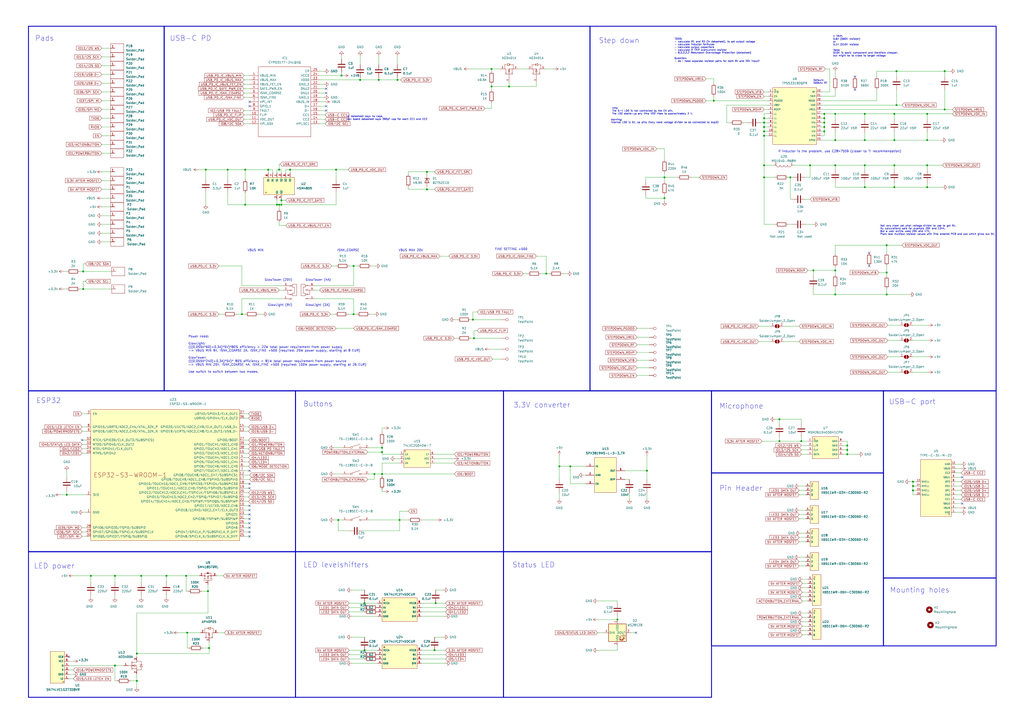
<source format=kicad_sch>
(kicad_sch (version 20230121) (generator eeschema)
  (paper "A2")
  (junction (at 194.945 98.425))
  (junction (at 518.795 108.585))
  (junction (at 121.285 375.92))
  (junction (at 464.82 255.905))
  (junction (at 247.65 99.695))
  (junction (at 443.23 76.2))
  (junction (at 529.59 284.48))
  (junction (at 518.795 95.885))
  (junction (at 514.35 142.24))
  (junction (at 491.49 263.525))
  (junction (at 231.775 301.625))
  (junction (at 163.195 118.745))
  (junction (at 501.65 108.585))
  (junction (at 48.26 167.64))
  (junction (at 520.065 60.96))
  (junction (at 79.375 394.97))
  (junction (at 160.655 118.745))
  (junction (at 285.115 50.165))
  (junction (at 107.95 334.01))
  (junction (at 484.505 156.845))
  (junction (at 324.485 270.51))
  (junction (at 478.155 76.2))
  (junction (at 120.65 342.9))
  (junction (at 274.32 185.42))
  (junction (at 520.065 41.275))
  (junction (at 48.26 157.48))
  (junction (at 198.12 43.815))
  (junction (at 452.12 243.205))
  (junction (at 518.795 81.28))
  (junction (at 414.02 58.42))
  (junction (at 66.675 386.08))
  (junction (at 491.49 260.985))
  (junction (at 548.005 63.5))
  (junction (at 285.115 40.005))
  (junction (at 52.705 334.01))
  (junction (at 501.65 81.28))
  (junction (at 247.65 109.855))
  (junction (at 142.24 118.745))
  (junction (at 529.59 279.4))
  (junction (at 537.845 108.585))
  (junction (at 443.23 78.74))
  (junction (at 219.71 46.355))
  (junction (at 484.505 66.04))
  (junction (at 132.08 98.425))
  (junction (at 142.24 98.425))
  (junction (at 478.155 71.12))
  (junction (at 471.805 156.845))
  (junction (at 529.59 281.94))
  (junction (at 537.845 66.04))
  (junction (at 161.925 118.745))
  (junction (at 155.575 98.425))
  (junction (at 458.47 102.87))
  (junction (at 66.675 334.01))
  (junction (at 330.835 270.51))
  (junction (at 208.915 46.355))
  (junction (at 221.615 274.955))
  (junction (at 108.585 367.03))
  (junction (at 537.845 81.28))
  (junction (at 358.14 359.41))
  (junction (at 537.845 95.885))
  (junction (at 452.12 255.905))
  (junction (at 375.285 273.05))
  (junction (at 196.215 301.625))
  (junction (at 478.155 73.66))
  (junction (at 252.095 377.19))
  (junction (at 163.195 116.205))
  (junction (at 168.275 98.425))
  (junction (at 548.005 41.275))
  (junction (at 501.65 66.04))
  (junction (at 478.155 68.58))
  (junction (at 443.23 71.12))
  (junction (at 385.445 114.935))
  (junction (at 295.275 50.165))
  (junction (at 443.23 102.87))
  (junction (at 211.455 377.19))
  (junction (at 161.925 98.425))
  (junction (at 81.915 334.01))
  (junction (at 96.52 334.01))
  (junction (at 514.35 170.815))
  (junction (at 478.155 66.04))
  (junction (at 221.615 262.255))
  (junction (at 443.23 68.58))
  (junction (at 205.105 182.245))
  (junction (at 443.23 73.66))
  (junction (at 484.505 170.815))
  (junction (at 469.9 95.885))
  (junction (at 443.23 95.885))
  (junction (at 230.505 46.355))
  (junction (at 385.445 102.87))
  (junction (at 316.865 158.75))
  (junction (at 252.73 349.885))
  (junction (at 518.795 66.04))
  (junction (at 514.35 158.115))
  (junction (at 484.505 95.885))
  (junction (at 211.455 349.885))
  (junction (at 491.49 258.445))
  (junction (at 140.335 182.245))
  (junction (at 205.105 154.305))
  (junction (at 221.615 259.715))
  (junction (at 484.505 81.28))
  (junction (at 274.955 196.215))
  (junction (at 79.375 379.095))
  (junction (at 217.17 274.955))
  (junction (at 501.65 95.885))
  (junction (at 38.735 287.02))
  (junction (at 119.38 98.425))
  (no_connect (at 558.165 276.86))
  (no_connect (at 40.005 381))
  (no_connect (at 144.78 61.595))
  (no_connect (at 189.23 53.975))
  (no_connect (at 144.78 293.37))
  (no_connect (at 495.935 44.45))
  (no_connect (at 144.78 283.21))
  (no_connect (at 368.935 367.03))
  (no_connect (at 144.78 295.91))
  (no_connect (at 189.23 51.435))
  (no_connect (at 144.78 308.61))
  (no_connect (at 558.165 292.1))
  (no_connect (at 144.78 300.99))
  (no_connect (at 189.23 61.595))
  (no_connect (at 189.23 64.135))
  (no_connect (at 47.625 255.27))
  (no_connect (at 504.19 146.685))
  (no_connect (at 495.935 52.07))
  (no_connect (at 144.78 303.53))
  (no_connect (at 144.78 273.05))
  (no_connect (at 144.78 306.07))
  (no_connect (at 144.78 59.055))
  (no_connect (at 144.78 298.45))
  (no_connect (at 144.78 280.67))
  (no_connect (at 504.19 154.305))
  (no_connect (at 144.78 311.15))
  (wire (pts (xy 514.35 154.305) (xy 514.35 158.115)))
  (wire (pts (xy 369.57 208.915) (xy 376.555 208.915)))
  (wire (pts (xy 121.285 372.11) (xy 121.285 375.92)))
  (wire (pts (xy 285.75 208.28) (xy 290.83 208.28)))
  (wire (pts (xy 358.14 357.505) (xy 358.14 359.41)))
  (wire (pts (xy 469.9 115.57) (xy 467.36 115.57)))
  (wire (pts (xy 263.525 196.215) (xy 265.43 196.215)))
  (wire (pts (xy 520.065 60.96) (xy 523.24 60.96)))
  (wire (pts (xy 132.08 104.14) (xy 132.08 98.425)))
  (wire (pts (xy 484.505 52.07) (xy 484.505 55.88)))
  (wire (pts (xy 163.195 116.205) (xy 165.735 116.205)))
  (wire (pts (xy 50.165 306.07) (xy 47.625 306.07)))
  (wire (pts (xy 469.9 95.885) (xy 484.505 95.885)))
  (wire (pts (xy 163.195 100.33) (xy 163.195 98.425)))
  (wire (pts (xy 231.775 296.545) (xy 236.855 296.545)))
  (wire (pts (xy 198.12 43.815) (xy 199.39 43.815)))
  (wire (pts (xy 529.59 279.4) (xy 529.59 281.94)))
  (wire (pts (xy 81.915 334.01) (xy 81.915 337.82)))
  (wire (pts (xy 385.445 102.87) (xy 393.065 102.87)))
  (wire (pts (xy 285.115 41.275) (xy 285.115 40.005)))
  (wire (pts (xy 194.945 111.76) (xy 194.945 118.745)))
  (wire (pts (xy 144.78 273.05) (xy 141.605 273.05)))
  (wire (pts (xy 244.475 377.19) (xy 252.095 377.19)))
  (wire (pts (xy 252.095 369.57) (xy 257.175 369.57)))
  (wire (pts (xy 501.65 95.885) (xy 518.795 95.885)))
  (wire (pts (xy 188.595 69.215) (xy 185.42 69.215)))
  (wire (pts (xy 161.925 121.285) (xy 161.925 118.745)))
  (wire (pts (xy 558.165 276.86) (xy 554.355 276.86)))
  (wire (pts (xy 537.845 66.04) (xy 552.45 66.04)))
  (wire (pts (xy 214.63 182.245) (xy 217.17 182.245)))
  (wire (pts (xy 161.925 168.275) (xy 164.465 168.275)))
  (wire (pts (xy 346.71 377.19) (xy 358.14 377.19)))
  (wire (pts (xy 339.725 280.67) (xy 330.835 280.67)))
  (wire (pts (xy 514.35 142.24) (xy 514.35 146.685)))
  (wire (pts (xy 369.57 204.47) (xy 376.555 204.47)))
  (wire (pts (xy 47.625 250.19) (xy 50.165 250.19)))
  (wire (pts (xy 59.055 114.935) (xy 64.135 114.935)))
  (wire (pts (xy 59.055 68.58) (xy 64.135 68.58)))
  (wire (pts (xy 221.615 262.255) (xy 221.615 263.525)))
  (wire (pts (xy 537.845 95.885) (xy 546.735 95.885)))
  (wire (pts (xy 79.375 379.095) (xy 79.375 381)))
  (wire (pts (xy 491.49 255.905) (xy 491.49 258.445)))
  (wire (pts (xy 374.65 102.87) (xy 385.445 102.87)))
  (wire (pts (xy 144.78 295.91) (xy 141.605 295.91)))
  (wire (pts (xy 158.115 100.33) (xy 158.115 98.425)))
  (wire (pts (xy 81.915 345.44) (xy 81.915 346.71)))
  (wire (pts (xy 194.945 98.425) (xy 201.93 98.425)))
  (wire (pts (xy 501.65 66.04) (xy 484.505 66.04)))
  (wire (pts (xy 158.115 98.425) (xy 155.575 98.425)))
  (wire (pts (xy 346.71 367.03) (xy 350.52 367.03)))
  (wire (pts (xy 59.055 33.02) (xy 64.135 33.02)))
  (wire (pts (xy 222.885 285.115) (xy 221.615 285.115)))
  (wire (pts (xy 119.38 111.76) (xy 119.38 118.745)))
  (wire (pts (xy 144.145 257.81) (xy 141.605 257.81)))
  (wire (pts (xy 211.455 369.57) (xy 203.835 369.57)))
  (wire (pts (xy 120.65 355.6) (xy 79.375 355.6)))
  (wire (pts (xy 285.115 48.895) (xy 285.115 50.165)))
  (wire (pts (xy 252.095 266.065) (xy 263.525 266.065)))
  (wire (pts (xy 509.905 158.115) (xy 514.35 158.115)))
  (wire (pts (xy 531.495 287.02) (xy 529.59 287.02)))
  (wire (pts (xy 481.33 40.005) (xy 478.79 40.005)))
  (wire (pts (xy 66.675 345.44) (xy 66.675 346.71)))
  (wire (pts (xy 189.23 53.975) (xy 185.42 53.975)))
  (wire (pts (xy 273.05 185.42) (xy 274.32 185.42)))
  (wire (pts (xy 443.23 71.12) (xy 445.77 71.12)))
  (wire (pts (xy 144.145 267.97) (xy 141.605 267.97)))
  (wire (pts (xy 48.26 157.48) (xy 64.77 157.48)))
  (wire (pts (xy 375.285 285.75) (xy 375.285 289.56)))
  (wire (pts (xy 144.78 300.99) (xy 141.605 300.99)))
  (wire (pts (xy 518.795 95.885) (xy 537.845 95.885)))
  (wire (pts (xy 476.25 58.42) (xy 508.635 58.42)))
  (wire (pts (xy 38.735 284.48) (xy 38.735 287.02)))
  (wire (pts (xy 219.71 46.355) (xy 230.505 46.355)))
  (wire (pts (xy 120.65 339.09) (xy 120.65 342.9)))
  (wire (pts (xy 488.95 263.525) (xy 491.49 263.525)))
  (wire (pts (xy 149.86 182.245) (xy 152.4 182.245)))
  (wire (pts (xy 484.505 76.835) (xy 484.505 81.28)))
  (wire (pts (xy 213.36 278.13) (xy 217.17 278.13)))
  (wire (pts (xy 165.735 100.33) (xy 165.735 98.425)))
  (wire (pts (xy 295.275 50.165) (xy 295.275 47.625)))
  (wire (pts (xy 518.795 81.28) (xy 537.845 81.28)))
  (wire (pts (xy 452.12 243.205) (xy 449.58 243.205)))
  (wire (pts (xy 311.15 47.625) (xy 311.15 50.165)))
  (wire (pts (xy 484.505 41.275) (xy 484.505 44.45)))
  (wire (pts (xy 117.475 375.92) (xy 121.285 375.92)))
  (wire (pts (xy 141.605 51.435) (xy 144.78 51.435)))
  (wire (pts (xy 163.195 116.205) (xy 163.195 118.745)))
  (wire (pts (xy 463.55 328.295) (xy 467.36 328.295)))
  (wire (pts (xy 488.95 258.445) (xy 491.49 258.445)))
  (wire (pts (xy 236.855 109.855) (xy 247.65 109.855)))
  (wire (pts (xy 244.475 384.81) (xy 258.445 384.81)))
  (wire (pts (xy 47.625 240.03) (xy 50.165 240.03)))
  (wire (pts (xy 229.235 266.065) (xy 231.775 266.065)))
  (wire (pts (xy 144.145 255.27) (xy 141.605 255.27)))
  (wire (pts (xy 523.24 142.24) (xy 514.35 142.24)))
  (wire (pts (xy 79.375 391.16) (xy 79.375 394.97)))
  (wire (pts (xy 67.945 394.97) (xy 66.675 394.97)))
  (wire (pts (xy 311.15 50.165) (xy 295.275 50.165)))
  (wire (pts (xy 66.675 334.01) (xy 66.675 337.82)))
  (wire (pts (xy 476.25 66.04) (xy 478.155 66.04)))
  (wire (pts (xy 464.82 260.985) (xy 468.63 260.985)))
  (wire (pts (xy 311.15 148.59) (xy 316.865 148.59)))
  (wire (pts (xy 192.405 154.305) (xy 194.945 154.305)))
  (wire (pts (xy 205.105 165.735) (xy 205.105 154.305)))
  (wire (pts (xy 231.775 301.625) (xy 231.775 307.975)))
  (wire (pts (xy 52.705 345.44) (xy 52.705 346.71)))
  (wire (pts (xy 440.055 198.12) (xy 447.04 198.12)))
  (wire (pts (xy 484.505 66.04) (xy 484.505 69.215)))
  (wire (pts (xy 491.49 263.525) (xy 497.84 263.525)))
  (wire (pts (xy 465.455 343.535) (xy 468.63 343.535)))
  (wire (pts (xy 529.59 284.48) (xy 529.59 287.02)))
  (wire (pts (xy 205.105 173.355) (xy 205.105 182.245)))
  (wire (pts (xy 213.995 301.625) (xy 231.775 301.625)))
  (wire (pts (xy 467.36 102.87) (xy 469.9 102.87)))
  (wire (pts (xy 465.455 365.76) (xy 468.63 365.76)))
  (wire (pts (xy 141.605 69.215) (xy 144.78 69.215)))
  (wire (pts (xy 161.925 118.745) (xy 163.195 118.745)))
  (wire (pts (xy 221.615 274.955) (xy 221.615 268.605)))
  (wire (pts (xy 514.985 215.9) (xy 521.97 215.9)))
  (wire (pts (xy 232.41 46.355) (xy 230.505 46.355)))
  (wire (pts (xy 144.78 280.67) (xy 141.605 280.67)))
  (wire (pts (xy 140.335 165.735) (xy 164.465 165.735)))
  (wire (pts (xy 537.845 69.215) (xy 537.845 66.04)))
  (wire (pts (xy 202.565 354.965) (xy 211.455 354.965)))
  (wire (pts (xy 144.78 275.59) (xy 141.605 275.59)))
  (wire (pts (xy 414.02 58.42) (xy 445.77 58.42)))
  (wire (pts (xy 454.66 189.23) (xy 463.55 189.23)))
  (wire (pts (xy 330.835 280.67) (xy 330.835 270.51)))
  (wire (pts (xy 144.78 308.61) (xy 141.605 308.61)))
  (wire (pts (xy 385.445 100.33) (xy 385.445 102.87)))
  (wire (pts (xy 194.945 190.5) (xy 205.105 190.5)))
  (wire (pts (xy 557.53 279.4) (xy 554.355 279.4)))
  (wire (pts (xy 520.065 44.45) (xy 520.065 41.275)))
  (wire (pts (xy 244.475 382.27) (xy 258.445 382.27)))
  (wire (pts (xy 236.855 301.625) (xy 231.775 301.625)))
  (wire (pts (xy 194.945 104.14) (xy 194.945 98.425)))
  (wire (pts (xy 137.16 182.245) (xy 140.335 182.245)))
  (wire (pts (xy 368.935 367.03) (xy 365.76 367.03)))
  (wire (pts (xy 557.53 269.24) (xy 554.355 269.24)))
  (wire (pts (xy 144.78 293.37) (xy 141.605 293.37)))
  (wire (pts (xy 59.055 83.82) (xy 64.135 83.82)))
  (wire (pts (xy 465.455 358.14) (xy 468.63 358.14)))
  (wire (pts (xy 463.55 284.48) (xy 467.36 284.48)))
  (wire (pts (xy 185.42 41.275) (xy 187.96 41.275)))
  (wire (pts (xy 165.735 98.425) (xy 168.275 98.425)))
  (wire (pts (xy 518.795 108.585) (xy 537.845 108.585)))
  (wire (pts (xy 141.605 46.355) (xy 144.78 46.355)))
  (wire (pts (xy 247.65 99.695) (xy 252.095 99.695)))
  (wire (pts (xy 443.23 102.87) (xy 443.23 130.175)))
  (wire (pts (xy 463.55 311.785) (xy 467.36 311.785)))
  (wire (pts (xy 185.42 46.355) (xy 208.915 46.355)))
  (wire (pts (xy 109.22 342.9) (xy 107.95 342.9)))
  (wire (pts (xy 107.95 334.01) (xy 115.57 334.01)))
  (wire (pts (xy 38.735 273.05) (xy 38.735 276.86)))
  (wire (pts (xy 193.675 259.715) (xy 198.755 259.715)))
  (wire (pts (xy 326.39 158.75) (xy 328.93 158.75)))
  (wire (pts (xy 484.505 142.24) (xy 514.35 142.24)))
  (wire (pts (xy 221.615 274.955) (xy 263.525 274.955)))
  (wire (pts (xy 213.36 262.255) (xy 221.615 262.255)))
  (wire (pts (xy 458.47 115.57) (xy 459.74 115.57)))
  (wire (pts (xy 478.155 68.58) (xy 478.155 66.04)))
  (wire (pts (xy 369.57 213.36) (xy 376.555 213.36)))
  (wire (pts (xy 271.78 40.005) (xy 285.115 40.005)))
  (wire (pts (xy 202.565 377.19) (xy 211.455 377.19)))
  (wire (pts (xy 414.02 55.88) (xy 414.02 58.42)))
  (wire (pts (xy 144.145 285.75) (xy 141.605 285.75)))
  (wire (pts (xy 189.23 64.135) (xy 185.42 64.135)))
  (wire (pts (xy 452.12 255.905) (xy 464.82 255.905)))
  (wire (pts (xy 471.805 130.175) (xy 467.36 130.175)))
  (wire (pts (xy 385.445 113.03) (xy 385.445 114.935)))
  (wire (pts (xy 452.12 243.205) (xy 464.82 243.205)))
  (wire (pts (xy 160.655 118.745) (xy 161.925 118.745)))
  (wire (pts (xy 132.08 111.76) (xy 132.08 118.745)))
  (wire (pts (xy 198.12 43.815) (xy 198.12 41.91)))
  (wire (pts (xy 109.855 375.92) (xy 108.585 375.92)))
  (wire (pts (xy 358.14 348.615) (xy 358.14 349.885)))
  (wire (pts (xy 202.565 379.73) (xy 211.455 379.73)))
  (wire (pts (xy 252.73 349.885) (xy 258.445 349.885)))
  (wire (pts (xy 548.005 41.275) (xy 548.005 44.45)))
  (wire (pts (xy 459.74 102.87) (xy 458.47 102.87)))
  (wire (pts (xy 213.995 274.955) (xy 217.17 274.955)))
  (wire (pts (xy 508.635 44.45) (xy 508.635 41.275)))
  (wire (pts (xy 285.115 40.005) (xy 290.195 40.005)))
  (wire (pts (xy 189.23 61.595) (xy 185.42 61.595)))
  (wire (pts (xy 221.615 263.525) (xy 231.775 263.525)))
  (wire (pts (xy 182.245 165.735) (xy 205.105 165.735)))
  (wire (pts (xy 518.795 69.215) (xy 518.795 66.04)))
  (wire (pts (xy 252.095 109.855) (xy 247.65 109.855)))
  (wire (pts (xy 108.585 375.92) (xy 108.585 367.03)))
  (wire (pts (xy 103.505 367.03) (xy 108.585 367.03)))
  (wire (pts (xy 161.925 98.425) (xy 160.655 98.425)))
  (wire (pts (xy 48.26 167.64) (xy 64.77 167.64)))
  (wire (pts (xy 215.265 154.305) (xy 217.805 154.305)))
  (wire (pts (xy 59.055 88.9) (xy 64.135 88.9)))
  (wire (pts (xy 107.95 342.9) (xy 107.95 334.01)))
  (wire (pts (xy 501.65 106.045) (xy 501.65 108.585)))
  (wire (pts (xy 79.375 394.97) (xy 79.375 398.78)))
  (wire (pts (xy 465.455 340.995) (xy 468.63 340.995)))
  (wire (pts (xy 119.38 98.425) (xy 119.38 104.14)))
  (wire (pts (xy 414.02 45.72) (xy 414.02 48.26)))
  (wire (pts (xy 127 154.305) (xy 140.335 154.305)))
  (wire (pts (xy 59.055 130.175) (xy 64.135 130.175)))
  (wire (pts (xy 491.49 258.445) (xy 491.49 260.985)))
  (wire (pts (xy 48.26 163.195) (xy 48.26 167.64)))
  (wire (pts (xy 529.59 197.485) (xy 538.48 197.485)))
  (wire (pts (xy 464.82 258.445) (xy 468.63 258.445)))
  (wire (pts (xy 168.275 98.425) (xy 168.275 100.33)))
  (wire (pts (xy 464.82 263.525) (xy 468.63 263.525)))
  (wire (pts (xy 285.115 62.865) (xy 281.305 62.865)))
  (wire (pts (xy 443.23 76.2) (xy 443.23 73.66)))
  (wire (pts (xy 476.25 55.88) (xy 484.505 55.88)))
  (wire (pts (xy 160.655 98.425) (xy 160.655 100.33)))
  (wire (pts (xy 518.795 66.04) (xy 501.65 66.04)))
  (wire (pts (xy 141.605 48.895) (xy 144.78 48.895)))
  (wire (pts (xy 443.23 68.58) (xy 445.77 68.58)))
  (wire (pts (xy 463.55 300.99) (xy 467.36 300.99)))
  (wire (pts (xy 252.095 263.525) (xy 263.525 263.525)))
  (wire (pts (xy 458.47 102.87) (xy 457.2 102.87)))
  (wire (pts (xy 119.38 98.425) (xy 132.08 98.425)))
  (wire (pts (xy 202.565 154.305) (xy 205.105 154.305)))
  (wire (pts (xy 557.53 284.48) (xy 554.355 284.48)))
  (wire (pts (xy 374.65 113.03) (xy 374.65 114.935)))
  (wire (pts (xy 465.455 338.455) (xy 468.63 338.455)))
  (wire (pts (xy 59.055 135.255) (xy 64.135 135.255)))
  (wire (pts (xy 465.455 348.615) (xy 468.63 348.615)))
  (wire (pts (xy 202.565 352.425) (xy 211.455 352.425)))
  (wire (pts (xy 274.955 196.215) (xy 273.05 196.215)))
  (wire (pts (xy 443.23 53.34) (xy 445.77 53.34)))
  (wire (pts (xy 464.82 255.905) (xy 468.63 255.905)))
  (wire (pts (xy 508.635 58.42) (xy 508.635 52.07)))
  (wire (pts (xy 274.32 185.42) (xy 290.83 185.42)))
  (wire (pts (xy 231.775 301.625) (xy 231.775 296.545)))
  (wire (pts (xy 59.055 63.5) (xy 64.135 63.5)))
  (wire (pts (xy 96.52 334.01) (xy 96.52 337.82)))
  (wire (pts (xy 217.17 274.955) (xy 221.615 274.955)))
  (wire (pts (xy 375.285 273.05) (xy 375.285 278.13)))
  (wire (pts (xy 155.575 98.425) (xy 155.575 100.33)))
  (wire (pts (xy 520.065 52.07) (xy 520.065 60.96)))
  (wire (pts (xy 36.83 167.64) (xy 38.735 167.64)))
  (wire (pts (xy 59.055 48.26) (xy 64.135 48.26)))
  (wire (pts (xy 36.83 157.48) (xy 38.735 157.48)))
  (wire (pts (xy 443.23 102.87) (xy 449.58 102.87)))
  (wire (pts (xy 324.485 270.51) (xy 330.835 270.51)))
  (wire (pts (xy 141.605 66.675) (xy 144.78 66.675)))
  (wire (pts (xy 47.625 247.65) (xy 50.165 247.65)))
  (wire (pts (xy 244.475 379.73) (xy 258.445 379.73)))
  (wire (pts (xy 141.605 53.975) (xy 144.78 53.975)))
  (wire (pts (xy 50.165 260.35) (xy 47.625 260.35)))
  (wire (pts (xy 537.845 81.28) (xy 546.1 81.28)))
  (wire (pts (xy 443.23 95.885) (xy 449.58 95.885)))
  (wire (pts (xy 443.23 95.885) (xy 443.23 102.87)))
  (wire (pts (xy 47.625 255.27) (xy 50.165 255.27)))
  (wire (pts (xy 520.065 41.275) (xy 548.005 41.275)))
  (wire (pts (xy 316.865 158.75) (xy 318.77 158.75)))
  (wire (pts (xy 140.335 173.355) (xy 140.335 182.245)))
  (wire (pts (xy 221.615 268.605) (xy 231.775 268.605)))
  (wire (pts (xy 514.35 167.64) (xy 514.35 170.815)))
  (wire (pts (xy 79.375 355.6) (xy 79.375 379.095)))
  (wire (pts (xy 385.445 86.36) (xy 385.445 92.71)))
  (wire (pts (xy 198.12 32.385) (xy 198.12 34.29)))
  (wire (pts (xy 514.985 197.485) (xy 521.97 197.485)))
  (wire (pts (xy 274.32 180.975) (xy 276.86 180.975)))
  (wire (pts (xy 205.105 154.305) (xy 207.645 154.305)))
  (wire (pts (xy 484.505 156.845) (xy 484.505 159.385)))
  (wire (pts (xy 531.495 279.4) (xy 529.59 279.4)))
  (wire (pts (xy 59.055 109.855) (xy 64.135 109.855)))
  (wire (pts (xy 161.925 95.25) (xy 161.925 98.425)))
  (wire (pts (xy 501.65 76.835) (xy 501.65 81.28)))
  (wire (pts (xy 548.005 52.07) (xy 548.005 63.5)))
  (wire (pts (xy 362.585 273.05) (xy 375.285 273.05)))
  (wire (pts (xy 96.52 345.44) (xy 96.52 346.71)))
  (wire (pts (xy 478.155 71.12) (xy 478.155 68.58)))
  (wire (pts (xy 465.455 360.68) (xy 468.63 360.68)))
  (wire (pts (xy 144.78 298.45) (xy 141.605 298.45)))
  (wire (pts (xy 165.735 130.81) (xy 161.925 130.81)))
  (wire (pts (xy 457.2 130.175) (xy 459.74 130.175)))
  (wire (pts (xy 49.53 153.035) (xy 48.26 153.035)))
  (wire (pts (xy 440.055 189.23) (xy 447.04 189.23)))
  (wire (pts (xy 163.195 98.425) (xy 161.925 98.425)))
  (wire (pts (xy 182.245 173.355) (xy 205.105 173.355)))
  (wire (pts (xy 369.57 195.58) (xy 376.555 195.58)))
  (wire (pts (xy 514.985 188.595) (xy 521.97 188.595)))
  (wire (pts (xy 484.505 81.28) (xy 501.65 81.28)))
  (wire (pts (xy 59.055 78.74) (xy 64.135 78.74)))
  (wire (pts (xy 144.78 311.15) (xy 141.605 311.15)))
  (wire (pts (xy 127 182.245) (xy 129.54 182.245)))
  (wire (pts (xy 488.95 260.985) (xy 491.49 260.985)))
  (wire (pts (xy 464.82 245.745) (xy 464.82 243.205)))
  (wire (pts (xy 48.26 153.035) (xy 48.26 157.48)))
  (wire (pts (xy 208.915 46.355) (xy 208.915 45.085)))
  (wire (pts (xy 50.165 311.15) (xy 47.625 311.15)))
  (wire (pts (xy 285.115 52.07) (xy 285.115 50.165)))
  (wire (pts (xy 185.42 48.895) (xy 187.96 48.895)))
  (wire (pts (xy 478.155 73.66) (xy 478.155 71.12)))
  (wire (pts (xy 194.945 118.745) (xy 163.195 118.745)))
  (wire (pts (xy 484.505 147.32) (xy 484.505 142.24)))
  (wire (pts (xy 558.165 292.1) (xy 554.355 292.1)))
  (wire (pts (xy 255.27 148.59) (xy 260.35 148.59)))
  (wire (pts (xy 81.915 334.01) (xy 96.52 334.01)))
  (wire (pts (xy 346.71 348.615) (xy 358.14 348.615)))
  (wire (pts (xy 557.53 294.64) (xy 554.355 294.64)))
  (wire (pts (xy 421.64 60.96) (xy 445.77 60.96)))
  (wire (pts (xy 557.53 297.18) (xy 554.355 297.18)))
  (wire (pts (xy 362.585 278.13) (xy 365.125 278.13)))
  (wire (pts (xy 49.53 163.195) (xy 48.26 163.195)))
  (wire (pts (xy 531.495 281.94) (xy 529.59 281.94)))
  (wire (pts (xy 211.455 342.265) (xy 203.835 342.265)))
  (wire (pts (xy 303.53 158.75) (xy 306.07 158.75)))
  (wire (pts (xy 219.71 32.385) (xy 219.71 37.465)))
  (wire (pts (xy 236.855 100.965) (xy 236.855 99.695)))
  (wire (pts (xy 443.23 63.5) (xy 445.77 63.5)))
  (wire (pts (xy 244.475 349.885) (xy 252.73 349.885)))
  (wire (pts (xy 459.74 95.885) (xy 469.9 95.885)))
  (wire (pts (xy 527.685 170.815) (xy 514.35 170.815)))
  (wire (pts (xy 185.42 59.055) (xy 188.595 59.055)))
  (wire (pts (xy 274.955 191.77) (xy 274.955 196.215)))
  (wire (pts (xy 236.855 108.585) (xy 236.855 109.855)))
  (wire (pts (xy 369.57 200.025) (xy 376.555 200.025)))
  (wire (pts (xy 463.55 281.94) (xy 467.36 281.94)))
  (wire (pts (xy 160.655 115.57) (xy 160.655 118.745)))
  (wire (pts (xy 142.24 118.745) (xy 160.655 118.745)))
  (wire (pts (xy 221.615 258.445) (xy 221.615 259.715)))
  (wire (pts (xy 276.86 191.77) (xy 274.955 191.77)))
  (wire (pts (xy 42.545 391.16) (xy 40.005 391.16)))
  (wire (pts (xy 182.245 168.275) (xy 185.42 168.275)))
  (wire (pts (xy 465.455 335.915) (xy 468.63 335.915)))
  (wire (pts (xy 142.24 98.425) (xy 155.575 98.425)))
  (wire (pts (xy 252.73 342.265) (xy 257.175 342.265)))
  (wire (pts (xy 551.18 41.275) (xy 548.005 41.275)))
  (wire (pts (xy 202.565 349.885) (xy 211.455 349.885)))
  (wire (pts (xy 193.675 274.955) (xy 198.755 274.955)))
  (wire (pts (xy 144.145 290.83) (xy 141.605 290.83)))
  (wire (pts (xy 121.285 375.92) (xy 121.285 379.095)))
  (wire (pts (xy 484.505 156.845) (xy 471.805 156.845)))
  (wire (pts (xy 529.59 188.595) (xy 538.48 188.595)))
  (wire (pts (xy 163.195 116.205) (xy 163.195 115.57)))
  (wire (pts (xy 244.475 357.505) (xy 258.445 357.505)))
  (wire (pts (xy 252.095 268.605) (xy 263.525 268.605)))
  (wire (pts (xy 449.58 130.175) (xy 443.23 130.175)))
  (wire (pts (xy 141.605 247.65) (xy 144.145 247.65)))
  (wire (pts (xy 52.705 334.01) (xy 52.705 337.82)))
  (wire (pts (xy 144.78 306.07) (xy 141.605 306.07)))
  (wire (pts (xy 330.835 270.51) (xy 339.725 270.51)))
  (wire (pts (xy 452.12 253.365) (xy 452.12 255.905)))
  (wire (pts (xy 537.845 98.425) (xy 537.845 95.885)))
  (wire (pts (xy 203.835 384.81) (xy 219.075 384.81)))
  (wire (pts (xy 144.145 265.43) (xy 141.605 265.43)))
  (wire (pts (xy 38.735 287.02) (xy 50.165 287.02)))
  (wire (pts (xy 132.08 118.745) (xy 142.24 118.745)))
  (wire (pts (xy 445.77 66.04) (xy 443.23 66.04)))
  (wire (pts (xy 48.26 167.64) (xy 46.355 167.64)))
  (wire (pts (xy 443.23 68.58) (xy 443.23 71.12)))
  (wire (pts (xy 59.055 58.42) (xy 64.135 58.42)))
  (wire (pts (xy 385.445 114.935) (xy 385.445 116.84)))
  (wire (pts (xy 484.505 167.005) (xy 484.505 170.815)))
  (wire (pts (xy 537.845 108.585) (xy 546.735 108.585)))
  (wire (pts (xy 443.23 78.74) (xy 443.23 76.2)))
  (wire (pts (xy 381 86.36) (xy 385.445 86.36)))
  (wire (pts (xy 59.055 99.695) (xy 64.135 99.695)))
  (wire (pts (xy 458.47 102.87) (xy 458.47 115.57)))
  (wire (pts (xy 358.14 359.41) (xy 346.71 359.41)))
  (wire (pts (xy 142.24 111.76) (xy 142.24 118.745)))
  (wire (pts (xy 324.485 285.75) (xy 324.485 289.56)))
  (wire (pts (xy 66.675 386.08) (xy 71.755 386.08)))
  (wire (pts (xy 141.605 56.515) (xy 144.78 56.515)))
  (wire (pts (xy 476.25 68.58) (xy 478.155 68.58)))
  (wire (pts (xy 203.835 357.505) (xy 219.075 357.505)))
  (wire (pts (xy 529.59 215.9) (xy 538.48 215.9)))
  (wire (pts (xy 221.615 248.285) (xy 222.885 248.285)))
  (wire (pts (xy 369.57 217.805) (xy 376.555 217.805)))
  (wire (pts (xy 116.84 342.9) (xy 120.65 342.9)))
  (wire (pts (xy 548.005 63.5) (xy 552.45 63.5)))
  (wire (pts (xy 34.925 287.02) (xy 38.735 287.02)))
  (wire (pts (xy 463.55 323.215) (xy 467.36 323.215)))
  (wire (pts (xy 59.055 120.015) (xy 64.135 120.015)))
  (wire (pts (xy 141.605 71.755) (xy 144.78 71.755)))
  (wire (pts (xy 42.545 393.7) (xy 40.005 393.7)))
  (wire (pts (xy 221.615 250.825) (xy 221.615 248.285)))
  (wire (pts (xy 501.65 69.215) (xy 501.65 66.04)))
  (wire (pts (xy 140.335 182.245) (xy 142.24 182.245)))
  (wire (pts (xy 236.855 99.695) (xy 247.65 99.695)))
  (wire (pts (xy 476.25 73.66) (xy 478.155 73.66)))
  (wire (pts (xy 189.23 51.435) (xy 185.42 51.435)))
  (wire (pts (xy 454.66 198.12) (xy 463.55 198.12)))
  (wire (pts (xy 405.765 102.87) (xy 400.685 102.87)))
  (wire (pts (xy 42.545 388.62) (xy 40.005 388.62)))
  (wire (pts (xy 358.14 377.19) (xy 358.14 374.65)))
  (wire (pts (xy 557.53 274.32) (xy 554.355 274.32)))
  (wire (pts (xy 463.55 298.45) (xy 467.36 298.45)))
  (wire (pts (xy 285.115 50.165) (xy 295.275 50.165)))
  (wire (pts (xy 247.65 100.965) (xy 247.65 99.695)))
  (wire (pts (xy 529.59 207.01) (xy 538.48 207.01)))
  (wire (pts (xy 476.25 76.2) (xy 478.155 76.2)))
  (wire (pts (xy 42.545 334.01) (xy 52.705 334.01)))
  (wire (pts (xy 488.95 255.905) (xy 491.49 255.905)))
  (wire (pts (xy 205.105 182.245) (xy 207.01 182.245)))
  (wire (pts (xy 59.055 125.095) (xy 64.135 125.095)))
  (wire (pts (xy 445.77 76.2) (xy 443.23 76.2)))
  (wire (pts (xy 484.505 95.885) (xy 501.65 95.885)))
  (wire (pts (xy 121.285 379.095) (xy 79.375 379.095)))
  (wire (pts (xy 514.35 158.115) (xy 514.35 160.02)))
  (wire (pts (xy 202.565 382.27) (xy 211.455 382.27)))
  (wire (pts (xy 208.915 32.385) (xy 208.915 37.465)))
  (wire (pts (xy 464.82 253.365) (xy 464.82 255.905)))
  (wire (pts (xy 557.53 271.78) (xy 554.355 271.78)))
  (wire (pts (xy 59.055 38.1) (xy 64.135 38.1)))
  (wire (pts (xy 529.59 281.94) (xy 529.59 284.48)))
  (wire (pts (xy 385.445 102.87) (xy 385.445 105.41)))
  (wire (pts (xy 338.455 275.59) (xy 339.725 275.59)))
  (wire (pts (xy 471.805 156.845) (xy 468.63 156.845)))
  (wire (pts (xy 213.995 259.715) (xy 221.615 259.715)))
  (wire (pts (xy 537.845 76.835) (xy 537.845 81.28)))
  (wire (pts (xy 557.53 287.02) (xy 554.355 287.02)))
  (wire (pts (xy 557.53 289.56) (xy 554.355 289.56)))
  (wire (pts (xy 219.71 45.085) (xy 219.71 46.355)))
  (wire (pts (xy 484.505 106.045) (xy 484.505 108.585)))
  (wire (pts (xy 201.93 182.245) (xy 205.105 182.245)))
  (wire (pts (xy 518.795 106.045) (xy 518.795 108.585)))
  (wire (pts (xy 478.155 78.74) (xy 478.155 76.2)))
  (wire (pts (xy 66.675 334.01) (xy 81.915 334.01)))
  (wire (pts (xy 316.865 148.59) (xy 316.865 158.75)))
  (wire (pts (xy 141.605 64.135) (xy 144.78 64.135)))
  (wire (pts (xy 144.145 262.89) (xy 141.605 262.89)))
  (wire (pts (xy 421.64 71.12) (xy 423.545 71.12)))
  (wire (pts (xy 141.605 250.19) (xy 144.145 250.19)))
  (wire (pts (xy 252.095 377.19) (xy 258.445 377.19)))
  (wire (pts (xy 50.165 262.89) (xy 47.625 262.89)))
  (wire (pts (xy 126.365 367.03) (xy 130.175 367.03)))
  (wire (pts (xy 164.465 173.355) (xy 140.335 173.355)))
  (wire (pts (xy 217.17 278.13) (xy 217.17 274.955)))
  (wire (pts (xy 476.25 53.34) (xy 481.33 53.34)))
  (wire (pts (xy 161.925 128.905) (xy 161.925 130.81)))
  (wire (pts (xy 463.55 287.02) (xy 467.36 287.02)))
  (wire (pts (xy 464.185 309.245) (xy 467.36 309.245)))
  (wire (pts (xy 531.495 284.48) (xy 529.59 284.48)))
  (wire (pts (xy 221.615 259.715) (xy 221.615 262.255)))
  (wire (pts (xy 445.77 78.74) (xy 443.23 78.74)))
  (wire (pts (xy 476.25 81.28) (xy 484.505 81.28)))
  (wire (pts (xy 48.26 297.18) (xy 50.165 297.18)))
  (wire (pts (xy 244.475 354.965) (xy 258.445 354.965)))
  (wire (pts (xy 108.585 367.03) (xy 116.205 367.03)))
  (wire (pts (xy 463.55 314.325) (xy 467.36 314.325)))
  (wire (pts (xy 478.155 66.04) (xy 484.505 66.04)))
  (wire (pts (xy 465.455 346.075) (xy 468.63 346.075)))
  (wire (pts (xy 469.9 102.87) (xy 469.9 95.885)))
  (wire (pts (xy 465.455 363.22) (xy 468.63 363.22)))
  (wire (pts (xy 185.42 71.755) (xy 188.595 71.755)))
  (wire (pts (xy 274.32 185.42) (xy 274.32 180.975)))
  (wire (pts (xy 313.69 158.75) (xy 316.865 158.75)))
  (wire (pts (xy 501.65 108.585) (xy 518.795 108.585)))
  (wire (pts (xy 59.055 27.94) (xy 64.135 27.94)))
  (wire (pts (xy 283.845 202.565) (xy 290.83 202.565)))
  (wire (pts (xy 463.55 325.755) (xy 467.36 325.755)))
  (wire (pts (xy 59.055 104.775) (xy 64.135 104.775)))
  (wire (pts (xy 221.615 274.955) (xy 221.615 276.225)))
  (wire (pts (xy 537.845 108.585) (xy 537.845 106.045)))
  (wire (pts (xy 471.805 167.64) (xy 471.805 170.815)))
  (wire (pts (xy 208.915 46.355) (xy 219.71 46.355)))
  (wire (pts (xy 59.055 140.335) (xy 64.135 140.335)))
  (wire (pts (xy 375.285 264.16) (xy 375.285 273.05)))
  (wire (pts (xy 59.055 73.66) (xy 64.135 73.66)))
  (wire (pts (xy 140.335 154.305) (xy 140.335 165.735)))
  (wire (pts (xy 193.675 301.625) (xy 196.215 301.625)))
  (wire (pts (xy 144.145 270.51) (xy 141.605 270.51)))
  (wire (pts (xy 42.545 383.54) (xy 40.005 383.54)))
  (wire (pts (xy 188.595 66.675) (xy 185.42 66.675)))
  (wire (pts (xy 443.23 55.88) (xy 445.77 55.88)))
  (wire (pts (xy 324.485 278.13) (xy 324.485 270.51)))
  (wire (pts (xy 369.57 190.5) (xy 376.555 190.5)))
  (wire (pts (xy 471.805 170.815) (xy 484.505 170.815)))
  (wire (pts (xy 484.505 108.585) (xy 501.65 108.585)))
  (wire (pts (xy 168.275 98.425) (xy 194.945 98.425)))
  (wire (pts (xy 50.165 308.61) (xy 47.625 308.61)))
  (wire (pts (xy 316.23 40.005) (xy 321.31 40.005)))
  (wire (pts (xy 374.65 105.41) (xy 374.65 102.87)))
  (wire (pts (xy 210.185 307.975) (xy 231.775 307.975)))
  (wire (pts (xy 59.055 53.34) (xy 64.135 53.34)))
  (wire (pts (xy 230.505 32.385) (xy 230.505 37.465)))
  (wire (pts (xy 75.565 394.97) (xy 79.375 394.97)))
  (wire (pts (xy 144.78 283.21) (xy 141.605 283.21)))
  (wire (pts (xy 484.505 95.885) (xy 484.505 98.425)))
  (wire (pts (xy 185.42 56.515) (xy 187.96 56.515)))
  (wire (pts (xy 491.49 260.985) (xy 491.49 263.525)))
  (wire (pts (xy 142.24 104.14) (xy 142.24 98.425)))
  (wire (pts (xy 244.475 352.425) (xy 258.445 352.425)))
  (wire (pts (xy 484.505 154.94) (xy 484.505 156.845)))
  (wire (pts (xy 244.475 301.625) (xy 253.365 301.625)))
  (wire (pts (xy 144.145 240.03) (xy 141.605 240.03)))
  (wire (pts (xy 247.65 109.855) (xy 247.65 108.585)))
  (wire (pts (xy 463.55 295.91) (xy 467.36 295.91)))
  (wire (pts (xy 476.25 63.5) (xy 548.005 63.5)))
  (wire (pts (xy 96.52 334.01) (xy 107.95 334.01)))
  (wire (pts (xy 508.635 41.275) (xy 520.065 41.275)))
  (wire (pts (xy 518.795 66.04) (xy 537.845 66.04)))
  (wire (pts (xy 374.65 114.935) (xy 385.445 114.935)))
  (wire (pts (xy 144.145 260.35) (xy 141.605 260.35)))
  (wire (pts (xy 40.005 386.08) (xy 66.675 386.08)))
  (wire (pts (xy 185.42 43.815) (xy 198.12 43.815)))
  (wire (pts (xy 441.325 71.12) (xy 443.23 71.12)))
  (wire (pts (xy 476.25 60.96) (xy 520.065 60.96)))
  (wire (pts (xy 478.155 76.2) (xy 478.155 73.66)))
  (wire (pts (xy 324.485 264.16) (xy 324.485 270.51)))
  (wire (pts (xy 476.25 71.12) (xy 478.155 71.12)))
  (wire (pts (xy 501.65 98.425) (xy 501.65 95.885)))
  (wire (pts (xy 514.985 207.01) (xy 521.97 207.01)))
  (wire (pts (xy 518.795 76.835) (xy 518.795 81.28)))
  (wire (pts (xy 144.78 303.53) (xy 141.605 303.53)))
  (wire (pts (xy 452.12 245.745) (xy 452.12 243.205)))
  (wire (pts (xy 202.565 307.975) (xy 196.215 307.975)))
  (wire (pts (xy 114.935 98.425) (xy 119.38 98.425)))
  (wire (pts (xy 144.145 242.57) (xy 141.605 242.57)))
  (wire (pts (xy 529.59 279.4) (xy 527.685 279.4)))
  (wire (pts (xy 481.33 53.34) (xy 481.33 40.005)))
  (wire (pts (xy 409.575 45.72) (xy 414.02 45.72)))
  (wire (pts (xy 221.615 285.115) (xy 221.615 283.845)))
  (wire (pts (xy 471.805 156.845) (xy 471.805 160.02)))
  (wire (pts (xy 196.215 301.625) (xy 198.755 301.625)))
  (wire (pts (xy 132.08 98.425) (xy 142.24 98.425)))
  (wire (pts (xy 431.165 71.12) (xy 433.705 71.12)))
  (wire (pts (xy 274.955 196.215) (xy 290.83 196.215)))
  (wire (pts (xy 66.675 394.97) (xy 66.675 386.08)))
  (wire (pts (xy 409.575 58.42) (xy 414.02 58.42)))
  (wire (pts (xy 59.055 43.18) (xy 64.135 43.18)))
  (wire (pts (xy 443.23 78.74) (xy 443.23 95.885)))
  (wire (pts (xy 263.525 185.42) (xy 265.43 185.42)))
  (wire (pts (xy 441.96 255.905) (xy 452.12 255.905)))
  (wire (pts (xy 48.26 157.48) (xy 46.355 157.48)))
  (wire (pts (xy 120.65 342.9) (xy 120.65 355.6)))
  (wire (pts (xy 501.65 81.28) (xy 518.795 81.28)))
  (wire (pts (xy 421.64 60.96) (xy 421.64 71.12)))
  (wire (pts (xy 144.145 288.29) (xy 141.605 288.29)))
  (wire (pts (xy 196.215 307.975) (xy 196.215 301.625)))
  (wire (pts (xy 285.115 59.69) (xy 285.115 62.865)))
  (wire (pts (xy 52.705 334.01) (xy 66.675 334.01)))
  (wire (pts (xy 476.25 78.74) (xy 478.155 78.74)))
  (wire (pts (xy 50.165 257.81) (xy 47.625 257.81)))
  (wire (pts (xy 211.455 377.19) (xy 219.075 377.19)))
  (wire (pts (xy 465.455 368.3) (xy 468.63 368.3)))
  (wire (pts (xy 230.505 45.085) (xy 230.505 46.355)))
  (wire (pts (xy 365.125 285.75) (xy 365.125 289.56)))
  (wire (pts (xy 300.355 40.005) (xy 306.07 40.005)))
  (wire (pts (xy 465.455 355.6) (xy 468.63 355.6)))
  (wire (pts (xy 445.77 73.66) (xy 443.23 73.66)))
  (wire (pts (xy 443.23 71.12) (xy 443.23 73.66)))
  (wire (pts (xy 144.78 278.13) (xy 141.605 278.13)))
  (wire (pts (xy 191.77 182.245) (xy 194.31 182.245)))
  (wire (pts (xy 125.73 334.01) (xy 129.54 334.01)))
  (wire (pts (xy 557.53 281.94) (xy 554.355 281.94)))
  (wire (pts (xy 162.56 95.25) (xy 161.925 95.25)))
  (wire (pts (xy 443.23 66.04) (xy 443.23 68.58)))
  (wire (pts (xy 211.455 349.885) (xy 219.075 349.885)))
  (wire (pts (xy 518.795 98.425) (xy 518.795 95.885)))
  (wire (pts (xy 484.505 170.815) (xy 514.35 170.815)))
  (wire (pts (xy 141.605 43.815) (xy 144.78 43.815)))
  (rectangle (start 412.75 226.695) (end 512.445 274.32) (stroke (width 0.5)))
  (rectangle (start 342.265 15.24) (end 577.85 226.695) (stroke (width 0.5)))
  (rectangle (start 16.51 226.695) (end 171.45 320.04) (stroke (width 0.5)))
  (rectangle (start 512.445 226.695) (end 577.85 335.28) (stroke (width 0.5)))
  (rectangle (start 16.51 15.24) (end 95.25 226.695) (stroke (width 0.5)))
  (rectangle (start 95.25 15.24) (end 342.265 226.695) (stroke (width 0.5)))
  (rectangle (start 292.1 226.695) (end 412.75 320.04) (stroke (width 0.5)))
  (rectangle (start 171.45 320.04) (end 292.1 404.495) (stroke (width 0.5)))
  (rectangle (start 171.45 226.695) (end 292.1 320.04) (stroke (width 0.5)))
  (rectangle (start 292.1 320.04) (end 412.75 404.495) (stroke (width 0.5)))
  (rectangle (start 512.445 335.28) (end 577.85 374.65) (stroke (width 0.5)))
  (rectangle (start 16.51 320.04) (end 171.45 404.495) (stroke (width 0.5)))
  (rectangle (start 412.75 274.32) (end 512.445 374.65) (stroke (width 0.5)))
  (text "Status LED" (at 297.18 329.565 0) (effects (font (size 3 3)) (justify left bottom)))
  (text "Info:\nThe 5-V LDO is not controlled by the EN pin. \nThe LDO starts-up any time VDD rises to approximately 2 V." (at 354.965 66.675 0) (effects (font (size 1 1)) (justify left bottom)))
  (text "LED levelshifters" (at 175.895 329.565 0) (effects (font (size 3 3)) (justify left bottom)))
  (text "Buttons" (at 175.895 236.22 0) (effects (font (size 3 3)) (justify left bottom)))
  (text "3.3V converter" (at 297.815 236.855 0) (effects (font (size 3 3)) (justify left bottom)))
  (text "USB-C port" (at 515.62 234.95 0) (effects (font (size 3 3)) (justify left bottom)))
  (text "If inductor is the problem, use C2847559 (closer to TI recommendation)" (at 451.358 88.646 0) (effects (font (size 1.27 1.27)) (justify left bottom)))
  (text "Default:\n500khz RF" (at 471.805 48.895 0) (effects (font (size 1 1)) (justify left bottom)))
  (text "Testing procedure once I receive PCB prototype:\n\nStep 1: test USB-C PD IC only:\n- does 9V output work?\n- does 20V output work?\n- does 5V output work for devices which don't support 9V or 20V?\n\nStep 2: connect step down (EN and VIN) and test step down:\n- does it output 5V?\n- is the voltage stable? how about noise?\n\nStep 3: connect step down output to 5V and test whole system:\n- 5v stable? for low and high loads? how about noise?" (at 610.235 107.315 0) (effects (font (size 3 3)) (justify left bottom)))
  (text "VBUS MAX 20V" (at 231.14 146.05 0) (effects (font (size 1.27 1.27)) (justify left bottom)))
  (text "ESP32" (at 20.955 234.315 0) (effects (font (size 3 3)) (justify left bottom)))
  (text "Not very clear yet what voltage divider to use to get 5V.\nMy calculations said for example 20K and 134K.\nBut a user online used 20K and 47K.\nPlan: test multiple resistor values with first ordered PCB and see which gives out 5V." (at 510.54 136.525 0) (effects (font (size 1 1)) (justify left bottom)))
  (text "GlowTower (4A)" (at 177.165 163.195 0) (effects (font (size 1.27 1.27)) (justify left bottom)))
  (text "GlowLight (9V)" (at 169.545 177.8 0) (effects (font (size 1.27 1.27)) (justify right bottom)))
  (text "Pin Header" (at 417.195 285.115 0) (effects (font (size 3 3)) (justify left bottom)))
  (text "IC datasheet says no caps, \ndev board datasheet says 390pF cap for each CC1 and CC2" (at 201.295 69.85 0) (effects (font (size 1 1)) (justify left bottom)))
  (text "LED power" (at 19.685 330.2 0) (effects (font (size 3 3)) (justify left bottom)))
  (text "VBUS MIN" (at 143.51 146.05 0) (effects (font (size 1.27 1.27)) (justify left bottom)))
  (text "USB-C PD" (at 98.425 24.13 0) (effects (font (size 3 3)) (justify left bottom)))
  (text "GlowTower (20V)" (at 169.545 163.195 0) (effects (font (size 1.27 1.27)) (justify right bottom)))
  (text "Step down" (at 347.345 25.4 0) (effects (font (size 3 3)) (justify left bottom)))
  (text "FINE SETTING +500" (at 287.02 145.415 0) (effects (font (size 1.27 1.27)) (justify left bottom)))
  (text "TODO:\n- calculate R1 and R2 (in datasheet), to set output voltage\n- calculate inductor formulas\n- calculate output capacitors\n- calculate R TRIP overcurrent resistor\n- 9.2.2.2.2 Redundant Overvoltage Protection (datasheet)\n\nQuestion:\n- do I need separate resistor pairs for both 9V and 20V input?" (at 391.16 36.195 0) (effects (font (size 1 1)) (justify left bottom)))
  (text "Pads" (at 20.32 24.13 0) (effects (font (size 3 3)) (justify left bottom)))
  (text "Power need:\n\nGlowLight:\n(((0,055A*60)+0,3A)*5V)*80% efficiency = 22W total power requirement from power supply\n-> VBUS MIN 9V, ISNK_COARSE 2A, ISNK_FINE +500 (required: 25W power supply, starting at 8 EUR)\n\nGlowTower:\n(((0,055A*240)+0,3A)*5V)* 80% efficiency = 81W total power requirement from power source\n-> VBUS MIN 20V, ISNK_COARSE 4A, ISNK_FINE +500 (required: 100W power supply, starting at 26 EUR)\n\nUse switch to switch between two modes." (at 109.22 216.535 0) (effects (font (size 1.27 1.27)) (justify left bottom)))
  (text "Microphone" (at 417.195 237.49 0) (effects (font (size 3 3)) (justify left bottom)))
  (text "V TRIP:\n5.6V (560K resistor)\nor\n5.1V (510K resistor\n\nNote:\n510K is basic component and therefore cheaper, \nbut might be to close to target voltage" (at 483.235 33.02 0) (effects (font (size 1 1)) (justify left bottom)))
  (text "ISNK_COARSE" (at 195.58 146.05 0) (effects (font (size 1.27 1.27)) (justify left bottom)))
  (text "Warning:\ninternal LDO is 5V, so pins likely need voltage divider to be connected to esp32" (at 354.33 71.755 0) (effects (font (size 1 1)) (justify left bottom)))
  (text "Mounting holes" (at 516.255 344.17 0) (effects (font (size 3 3)) (justify left bottom)))
  (text "GlowLight (2A)" (at 177.165 177.8 0) (effects (font (size 1.27 1.27)) (justify left bottom)))
  (global_label "USB-C CC2" (shape input) (at 557.53 274.32 0) (property "Intersheetrefs" "${INTERSHEET_REFS}" (effects hide)))
  (global_label "IO14{slash}I2S SD" (shape input) (at 144.145 290.83 0) (property "Intersheetrefs" "${INTERSHEET_REFS}" (effects hide)))
  (global_label "USB_PD_IC_VBUS_MAX" (shape input) (at 141.605 46.355 180) (property "Intersheetrefs" "${INTERSHEET_REFS}" (effects hide)))
  (global_label "STEPDOWN_VFB" (shape input) (at 469.9 115.57 0) (property "Intersheetrefs" "${INTERSHEET_REFS}" (effects hide)))
  (global_label "STEPDOWN_VDC_OUT" (shape input) (at 514.985 188.595 180) (property "Intersheetrefs" "${INTERSHEET_REFS}" (effects hide)))
  (global_label "IO19{slash}USB D-" (shape input) (at 59.055 43.18 180) (property "Intersheetrefs" "${INTERSHEET_REFS}" (effects hide)))
  (global_label "USB_PD_IC_VDC_OUT" (shape input) (at 285.75 208.28 180) (property "Intersheetrefs" "${INTERSHEET_REFS}" (effects hide)))
  (global_label "IO3{slash}ACTIONBUTTON" (shape input) (at 59.055 83.82 180) (property "Intersheetrefs" "${INTERSHEET_REFS}" (effects hide)))
  (global_label "TXD0" (shape input) (at 59.055 68.58 180) (property "Intersheetrefs" "${INTERSHEET_REFS}" (effects hide)))
  (global_label "IO1{slash}POWERBUTTON" (shape input) (at 263.525 263.525 0) (property "Intersheetrefs" "${INTERSHEET_REFS}" (effects hide)))
  (global_label "STEPDOWN_RF" (shape input) (at 369.57 200.025 180) (property "Intersheetrefs" "${INTERSHEET_REFS}" (effects hide)))
  (global_label "STEPDOWN_EN" (shape input) (at 443.23 55.88 180) (property "Intersheetrefs" "${INTERSHEET_REFS}" (effects hide)))
  (global_label "USB_PD_IC_SAFE_PWR_EN" (shape input) (at 141.605 51.435 180) (property "Intersheetrefs" "${INTERSHEET_REFS}" (effects hide)))
  (global_label "IO2{slash}USB PD FAULT" (shape input) (at 276.86 180.975 0) (property "Intersheetrefs" "${INTERSHEET_REFS}" (effects hide)))
  (global_label "USB_PD_IC_VBUS_MIN" (shape input) (at 141.605 43.815 180) (property "Intersheetrefs" "${INTERSHEET_REFS}" (effects hide)))
  (global_label "IO4{slash}LED3" (shape input) (at 258.445 379.73 0) (property "Intersheetrefs" "${INTERSHEET_REFS}" (effects hide)))
  (global_label "USB_PD_IC_FET_GATE" (shape input) (at 165.735 116.205 0) (property "Intersheetrefs" "${INTERSHEET_REFS}" (effects hide)))
  (global_label "3.3V AFTER MOSFET" (shape input) (at 258.445 349.885 0) (property "Intersheetrefs" "${INTERSHEET_REFS}" (effects hide)))
  (global_label "STEPDOWN_VDC_OUT" (shape input) (at 514.985 215.9 180) (property "Intersheetrefs" "${INTERSHEET_REFS}" (effects hide)))
  (global_label "IO19{slash}USB D-" (shape input) (at 557.53 287.02 0) (property "Intersheetrefs" "${INTERSHEET_REFS}" (effects hide)))
  (global_label "USB_PD_IC_FET_SRC" (shape input) (at 162.56 95.25 0) (property "Intersheetrefs" "${INTERSHEET_REFS}" (effects hide)))
  (global_label "IO6{slash}MODE DETECTION" (shape input) (at 144.145 270.51 0) (property "Intersheetrefs" "${INTERSHEET_REFS}" (effects hide)))
  (global_label "IO9{slash}I2C SCL" (shape input) (at 144.78 278.13 0) (property "Intersheetrefs" "${INTERSHEET_REFS}" (effects hide)))
  (global_label "IO13{slash}I2S SCK" (shape input) (at 144.145 288.29 0) (property "Intersheetrefs" "${INTERSHEET_REFS}" (effects hide)))
  (global_label "IO3{slash}ACTIONBUTTON" (shape input) (at 144.145 262.89 0) (property "Intersheetrefs" "${INTERSHEET_REFS}" (effects hide)))
  (global_label "STEPDOWN_VDC_OUT" (shape input) (at 523.24 142.24 0) (property "Intersheetrefs" "${INTERSHEET_REFS}" (effects hide)))
  (global_label "STEPDOWN_ROVP" (shape input) (at 369.57 204.47 180) (property "Intersheetrefs" "${INTERSHEET_REFS}" (effects hide)))
  (global_label "IO40{slash}STATUS LED DATA" (shape input) (at 47.625 257.81 180) (property "Intersheetrefs" "${INTERSHEET_REFS}" (effects hide)))
  (global_label "USB_PD_IC_VBUS_MAX" (shape input) (at 255.27 148.59 180) (property "Intersheetrefs" "${INTERSHEET_REFS}" (effects hide)))
  (global_label "IO5{slash}LED4" (shape input) (at 258.445 382.27 0) (property "Intersheetrefs" "${INTERSHEET_REFS}" (effects hide)))
  (global_label "IO4{slash}LED3" (shape input) (at 144.145 265.43 0) (property "Intersheetrefs" "${INTERSHEET_REFS}" (effects hide)))
  (global_label "USB_PD_IC 3.3V" (shape input) (at 303.53 158.75 180) (property "Intersheetrefs" "${INTERSHEET_REFS}" (effects hide)))
  (global_label "IO41{slash}LED2" (shape input) (at 47.625 260.35 180) (property "Intersheetrefs" "${INTERSHEET_REFS}" (effects hide)))
  (global_label "IO19{slash}USB D-" (shape input) (at 144.145 250.19 0) (property "Intersheetrefs" "${INTERSHEET_REFS}" (effects hide)))
  (global_label "IO5{slash}LED4" (shape input) (at 144.145 267.97 0) (property "Intersheetrefs" "${INTERSHEET_REFS}" (effects hide)))
  (global_label "TXD0" (shape input) (at 144.145 240.03 0) (property "Intersheetrefs" "${INTERSHEET_REFS}" (effects hide)))
  (global_label "STEPDOWN_VFB" (shape input) (at 443.23 53.34 180) (property "Intersheetrefs" "${INTERSHEET_REFS}" (effects hide)))
  (global_label "USB-C CC1" (shape input) (at 557.53 289.56 0) (property "Intersheetrefs" "${INTERSHEET_REFS}" (effects hide)))
  (global_label "IO8{slash}I2C SDA" (shape input) (at 144.78 275.59 0) (property "Intersheetrefs" "${INTERSHEET_REFS}" (effects hide)))
  (global_label "IO13{slash}I2S SCK" (shape input) (at 59.055 33.02 180) (property "Intersheetrefs" "${INTERSHEET_REFS}" (effects hide)))
  (global_label "USB_PD_IC_FLIP" (shape input) (at 141.605 66.675 180) (property "Intersheetrefs" "${INTERSHEET_REFS}" (effects hide)))
  (global_label "LED2 DATA OUT" (shape input) (at 463.55 298.45 180) (property "Intersheetrefs" "${INTERSHEET_REFS}" (effects hide)))
  (global_label "STEPDOWN_VDC_IN" (shape input) (at 381 86.36 180) (property "Intersheetrefs" "${INTERSHEET_REFS}" (effects hide)))
  (global_label "STEPDOWN_PGOOD" (shape input) (at 369.57 190.5 180) (property "Intersheetrefs" "${INTERSHEET_REFS}" (effects hide)))
  (global_label "IO8{slash}I2C SDA" (shape input) (at 49.53 153.035 0) (property "Intersheetrefs" "${INTERSHEET_REFS}" (effects hide)))
  (global_label "USB_PD_IC_VDC_OUT" (shape input) (at 141.605 69.215 180) (property "Intersheetrefs" "${INTERSHEET_REFS}" (effects hide)))
  (global_label "USB_PD_IC_ISNK_FINE" (shape input) (at 141.605 56.515 180) (property "Intersheetrefs" "${INTERSHEET_REFS}" (effects hide)))
  (global_label "3.3V AFTER MOSFET" (shape input) (at 441.96 255.905 180) (property "Intersheetrefs" "${INTERSHEET_REFS}" (effects hide)))
  (global_label "IO13{slash}I2S SCK" (shape input) (at 464.82 260.985 180) (property "Intersheetrefs" "${INTERSHEET_REFS}" (effects hide)))
  (global_label "USB_PD_IC_VDC_OUT" (shape input) (at 201.93 98.425 0) (property "Intersheetrefs" "${INTERSHEET_REFS}" (effects hide)))
  (global_label "IO9{slash}I2C SCL" (shape input) (at 49.53 163.195 0) (property "Intersheetrefs" "${INTERSHEET_REFS}" (effects hide)))
  (global_label "IO12{slash}I2S WS" (shape input) (at 464.82 258.445 180) (property "Intersheetrefs" "${INTERSHEET_REFS}" (effects hide)))
  (global_label "IO16{slash}POWERMOSFETS" (shape input) (at 42.545 388.62 0) (property "Intersheetrefs" "${INTERSHEET_REFS}" (effects hide)))
  (global_label "5V AFTER MOSFET" (shape input) (at 129.54 334.01 0) (property "Intersheetrefs" "${INTERSHEET_REFS}" (effects hide)))
  (global_label "USB-C CC2" (shape input) (at 188.595 69.215 0) (property "Intersheetrefs" "${INTERSHEET_REFS}" (effects hide)))
  (global_label "IO16{slash}POWERMOSFETS" (shape input) (at 47.625 250.19 180) (property "Intersheetrefs" "${INTERSHEET_REFS}" (effects hide)))
  (global_label "IO35{slash}SPI MO" (shape input) (at 59.055 63.5 180) (property "Intersheetrefs" "${INTERSHEET_REFS}" (effects hide)))
  (global_label "IO19{slash}USB D-" (shape input) (at 557.53 281.94 0) (property "Intersheetrefs" "${INTERSHEET_REFS}" (effects hide)))
  (global_label "5V AFTER MOSFET" (shape input) (at 463.55 314.325 180) (property "Intersheetrefs" "${INTERSHEET_REFS}" (effects hide)))
  (global_label "IO20{slash}USB D+" (shape input) (at 557.53 284.48 0) (property "Intersheetrefs" "${INTERSHEET_REFS}" (effects hide)))
  (global_label "IO3{slash}ACTIONBUTTON" (shape input) (at 263.525 268.605 0) (property "Intersheetrefs" "${INTERSHEET_REFS}" (effects hide)))
  (global_label "USB_PD_IC_FET_GATE" (shape input) (at 252.095 109.855 0) (property "Intersheetrefs" "${INTERSHEET_REFS}" (effects hide)))
  (global_label "IO36{slash}SPI SCK" (shape input) (at 47.625 308.61 180) (property "Intersheetrefs" "${INTERSHEET_REFS}" (effects hide)))
  (global_label "5V AFTER MOSFET" (shape input) (at 465.455 363.22 180) (property "Intersheetrefs" "${INTERSHEET_REFS}" (effects hide)))
  (global_label "USB_PD_IC_FLIP" (shape input) (at 276.86 191.77 0) (property "Intersheetrefs" "${INTERSHEET_REFS}" (effects hide)))
  (global_label "POWERBUTTON_EXTERNAL" (shape input) (at 465.455 358.14 180) (property "Intersheetrefs" "${INTERSHEET_REFS}" (effects hide)))
  (global_label "IO37{slash}SPI MI" (shape input) (at 47.625 311.15 180) (property "Intersheetrefs" "${INTERSHEET_REFS}" (effects hide)))
  (global_label "USB_PD_IC 3.3V" (shape input) (at 127 182.245 180) (property "Intersheetrefs" "${INTERSHEET_REFS}" (effects hide)))
  (global_label "IO41{slash}LED2" (shape input) (at 258.445 354.965 0) (property "Intersheetrefs" "${INTERSHEET_REFS}" (effects hide)))
  (global_label "IO2{slash}USB PD FAULT" (shape input) (at 144.145 260.35 0) (property "Intersheetrefs" "${INTERSHEET_REFS}" (effects hide)))
  (global_label "USB_PD_IC 3.3V" (shape input) (at 260.35 148.59 0) (property "Intersheetrefs" "${INTERSHEET_REFS}" (effects hide)))
  (global_label "STEPDOWN_VDC_OUT" (shape input) (at 369.57 213.36 180) (property "Intersheetrefs" "${INTERSHEET_REFS}" (effects hide)))
  (global_label "STEPDOWN_VFB" (shape input) (at 509.905 158.115 180) (property "Intersheetrefs" "${INTERSHEET_REFS}" (effects hide)))
  (global_label "IO12{slash}I2S WS" (shape input) (at 144.145 285.75 0) (property "Intersheetrefs" "${INTERSHEET_REFS}" (effects hide)))
  (global_label "IO35{slash}SPI MO" (shape input) (at 47.625 306.07 180) (property "Intersheetrefs" "${INTERSHEET_REFS}" (effects hide)))
  (global_label "STEPDOWN_RF" (shape input) (at 478.79 40.005 180) (property "Intersheetrefs" "${INTERSHEET_REFS}" (effects hide)))
  (global_label "STEPDOWN_EN" (shape input) (at 369.57 217.805 180) (property "Intersheetrefs" "${INTERSHEET_REFS}" (effects hide)))
  (global_label "IO0{slash}BOOT" (shape input) (at 263.525 274.955 0) (property "Intersheetrefs" "${INTERSHEET_REFS}" (effects hide)))
  (global_label "EN" (shape input) (at 47.625 240.03 180) (property "Intersheetrefs" "${INTERSHEET_REFS}" (effects hide)))
  (global_label "EN" (shape input) (at 236.855 296.545 0) (property "Intersheetrefs" "${INTERSHEET_REFS}" (effects hide)))
  (global_label "USB_PD_IC 3.3V" (shape input) (at 263.525 196.215 180) (property "Intersheetrefs" "${INTERSHEET_REFS}" (effects hide)))
  (global_label "IO12{slash}I2S WS" (shape input) (at 59.055 27.94 180) (property "Intersheetrefs" "${INTERSHEET_REFS}" (effects hide)))
  (global_label "USB_PD_IC_VDC_OUT" (shape input) (at 440.055 189.23 180) (property "Intersheetrefs" "${INTERSHEET_REFS}" (effects hide)))
  (global_label "IO6{slash}MODE DETECTION" (shape input) (at 194.945 190.5 180) (property "Intersheetrefs" "${INTERSHEET_REFS}" (effects hide)))
  (global_label "IO0{slash}BOOT" (shape input) (at 144.145 255.27 0) (property "Intersheetrefs" "${INTERSHEET_REFS}" (effects hide)))
  (global_label "LED3 DATA OUT" (shape input) (at 463.55 311.785 180) (property "Intersheetrefs" "${INTERSHEET_REFS}" (effects hide)))
  (global_label "IO14{slash}I2S SD" (shape input) (at 59.055 38.1 180) (property "Intersheetrefs" "${INTERSHEET_REFS}" (effects hide)))
  (global_label "IO1{slash}POWERBUTTON" (shape input) (at 144.145 257.81 0) (property "Intersheetrefs" "${INTERSHEET_REFS}" (effects hide)))
  (global_label "5V AFTER MOSFET" (shape input) (at 202.565 349.885 180) (property "Intersheetrefs" "${INTERSHEET_REFS}" (effects hide)))
  (global_label "IO37{slash}SPI MI" (shape input) (at 59.055 58.42 180) (property "Intersheetrefs" "${INTERSHEET_REFS}" (effects hide)))
  (global_label "STEPDOWN_ROVP" (shape input) (at 443.23 63.5 180) (property "Intersheetrefs" "${INTERSHEET_REFS}" (effects hide)))
  (global_label "5V AFTER MOSFET" (shape input) (at 465.455 338.455 180) (property "Intersheetrefs" "${INTERSHEET_REFS}" (effects hide)))
  (global_label "IO8{slash}I2C SDA" (shape input) (at 141.605 71.755 180) (property "Intersheetrefs" "${INTERSHEET_REFS}" (effects hide)))
  (global_label "IO42{slash}LED1" (shape input) (at 47.625 262.89 180) (property "Intersheetrefs" "${INTERSHEET_REFS}" (effects hide)))
  (global_label "IO9{slash}I2C SCL" (shape input) (at 188.595 71.755 0) (property "Intersheetrefs" "${INTERSHEET_REFS}" (effects hide)))
  (global_label "IO2{slash}USB PD FAULT" (shape input) (at 141.605 64.135 180) (property "Intersheetrefs" "${INTERSHEET_REFS}" (effects hide)))
  (global_label "IO40{slash}STATUS LED DATA" (shape input) (at 346.71 367.03 180) (property "Intersheetrefs" "${INTERSHEET_REFS}" (effects hide)))
  (global_label "IO20{slash}USB D+" (shape input) (at 59.055 48.26 180) (property "Intersheetrefs" "${INTERSHEET_REFS}" (effects hide)))
  (global_label "STEPDOWN_VREG" (shape input) (at 552.45 63.5 0) (property "Intersheetrefs" "${INTERSHEET_REFS}" (effects hide)))
  (global_label "5V AFTER MOSFET" (shape input) (at 59.055 109.855 180) (property "Intersheetrefs" "${INTERSHEET_REFS}" (effects hide)))
  (global_label "USB_PD_IC_ISNK_COARSE" (shape input) (at 141.605 53.975 180) (property "Intersheetrefs" "${INTERSHEET_REFS}" (effects hide)))
  (global_label "STEPDOWN_VFB" (shape input) (at 369.57 208.915 180) (property "Intersheetrefs" "${INTERSHEET_REFS}" (effects hide)))
  (global_label "USB_PD_IC_ISNK_FINE" (shape input) (at 311.15 148.59 180) (property "Intersheetrefs" "${INTERSHEET_REFS}" (effects hide)))
  (global_label "RXD0" (shape input) (at 59.055 73.66 180) (property "Intersheetrefs" "${INTERSHEET_REFS}" (effects hide)))
  (global_label "RXD0" (shape input) (at 144.145 242.57 0) (property "Intersheetrefs" "${INTERSHEET_REFS}" (effects hide)))
  (global_label "ACTIONBUTTON_EXTERNAL" (shape input) (at 465.455 348.615 180) (property "Intersheetrefs" "${INTERSHEET_REFS}" (effects hide)))
  (global_label "USB-C CC1" (shape input) (at 188.595 66.675 0) (property "Intersheetrefs" "${INTERSHEET_REFS}" (effects hide)))
  (global_label "ACTIONBUTTON_EXTERNAL" (shape input) (at 213.36 278.13 180) (property "Intersheetrefs" "${INTERSHEET_REFS}" (effects hide)))
  (global_label "STEPDOWN_ROVP" (shape input) (at 468.63 156.845 180) (property "Intersheetrefs" "${INTERSHEET_REFS}" (effects hide)))
  (global_label "STEPDOWN_VREG" (shape input) (at 409.575 45.72 180) (property "Intersheetrefs" "${INTERSHEET_REFS}" (effects hide)))
  (global_label "IO15{slash}LED LETCH EN" (shape input) (at 47.625 247.65 180) (property "Intersheetrefs" "${INTERSHEET_REFS}" (effects hide)))
  (global_label "USB_PD_IC_FET_SRC" (shape input) (at 252.095 99.695 0) (property "Intersheetrefs" "${INTERSHEET_REFS}" (effects hide)))
  (global_label "USB_PD_IC 3.3V" (shape input) (at 127 154.305 180) (property "Intersheetrefs" "${INTERSHEET_REFS}" (effects hide)))
  (global_label "USB_PD_IC_SAFE_PWR_EN" (shape input) (at 281.305 62.865 180) (property "Intersheetrefs" "${INTERSHEET_REFS}" (effects hide)))
  (global_label "5V AFTER MOSFET" (shape input) (at 202.565 377.19 180) (property "Intersheetrefs" "${INTERSHEET_REFS}" (effects hide)))
  (global_label "LED4 DATA OUT" (shape input) (at 463.55 325.755 180) (property "Intersheetrefs" "${INTERSHEET_REFS}" (effects hide)))
  (global_label "USB_PD_IC_VDC_OUT" (shape input) (at 440.055 198.12 180) (property "Intersheetrefs" "${INTERSHEET_REFS}" (effects hide)))
  (global_label "IO20{slash}USB D+" (shape input) (at 557.53 279.4 0) (property "Intersheetrefs" "${INTERSHEET_REFS}" (effects hide)))
  (global_label "IO1{slash}POWERBUTTON" (shape input) (at 59.055 88.9 180) (property "Intersheetrefs" "${INTERSHEET_REFS}" (effects hide)))
  (global_label "STEPDOWN_VDC_OUT" (shape input) (at 546.735 95.885 0) (property "Intersheetrefs" "${INTERSHEET_REFS}" (effects hide)))
  (global_label "LED1 DATA OUT" (shape input) (at 202.565 352.425 180) (property "Intersheetrefs" "${INTERSHEET_REFS}" (effects hide)))
  (global_label "USB_PD_IC_ISNK_COARSE" (shape input) (at 185.42 168.275 0) (property "Intersheetrefs" "${INTERSHEET_REFS}" (effects hide)))
  (global_label "LED4 DATA OUT" (shape input) (at 202.565 382.27 180) (property "Intersheetrefs" "${INTERSHEET_REFS}" (effects hide)))
  (global_label "USB_PD_IC_VBUS_MIN" (shape input) (at 161.925 168.275 180) (property "Intersheetrefs" "${INTERSHEET_REFS}" (effects hide)))
  (global_label "5V AFTER MOSFET" (shape input) (at 463.55 300.99 180) (property "Intersheetrefs" "${INTERSHEET_REFS}" (effects hide)))
  (global_label "STEPDOWN_VDC_IN" (shape input) (at 463.55 198.12 0) (property "Intersheetrefs" "${INTERSHEET_REFS}" (effects hide)))
  (global_label "STEPDOWN_VDC_IN" (shape input) (at 463.55 189.23 0) (property "Intersheetrefs" "${INTERSHEET_REFS}" (effects hide)))
  (global_label "3.3V AFTER MOSFET" (shape input) (at 258.445 377.19 0) (property "Intersheetrefs" "${INTERSHEET_REFS}" (effects hide)))
  (global_label "STEPDOWN_VREG" (shape input) (at 369.57 195.58 180) (property "Intersheetrefs" "${INTERSHEET_REFS}" (effects hide)))
  (global_label "USB_PD_IC_VBUS_FET_EN" (shape input) (at 165.735 130.81 0) (property "Intersheetrefs" "${INTERSHEET_REFS}" (effects hide)))
  (global_label "5V AFTER MOSFET" (shape input) (at 463.55 287.02 180) (property "Intersheetrefs" "${INTERSHEET_REFS}" (effects hide)))
  (global_label "STEPDOWN_VDC_OUT" (shape input) (at 514.985 197.485 180) (property "Intersheetrefs" "${INTERSHEET_REFS}" (effects hide)))
  (global_label "IO15{slash}LED LETCH EN" (shape input) (at 42.545 393.7 0) (property "Intersheetrefs" "${INTERSHEET_REFS}" (effects hide)))
  (global_label "STEPDOWN_VDC_OUT" (shape input) (at 514.985 207.01 180) (property "Intersheetrefs" "${INTERSHEET_REFS}" (effects hide)))
  (global_label "USB_PD_IC_ISNK_COARSE" (shape input) (at 205.105 190.5 0) (property "Intersheetrefs" "${INTERSHEET_REFS}" (effects hide)))
  (global_label "IO14{slash}I2S SD" (shape input) (at 464.82 263.525 180) (property "Intersheetrefs" "${INTERSHEET_REFS}" (effects hide)))
  (global_label "5V AFTER MOSFET" (shape input) (at 463.55 328.295 180) (property "Intersheetrefs" "${INTERSHEET_REFS}" (effects hide)))
  (global_label "LED3 DATA OUT" (shape input) (at 202.565 379.73 180) (property "Intersheetrefs" "${INTERSHEET_REFS}" (effects hide)))
  (global_label "STEPDOWN_VDC_IN" (shape input) (at 523.24 60.96 0) (property "Intersheetrefs" "${INTERSHEET_REFS}" (effects hide)))
  (global_label "LED2 DATA OUT" (shape input) (at 202.565 354.965 180) (property "Intersheetrefs" "${INTERSHEET_REFS}" (effects hide)))
  (global_label "5V AFTER MOSFET" (shape input) (at 465.455 368.3 180) (property "Intersheetrefs" "${INTERSHEET_REFS}" (effects hide)))
  (global_label "USB_PD_IC 3.3V" (shape input) (at 192.405 154.305 180) (property "Intersheetrefs" "${INTERSHEET_REFS}" (effects hide)))
  (global_label "IO36{slash}SPI SCK" (shape input) (at 59.055 53.34 180) (property "Intersheetrefs" "${INTERSHEET_REFS}" (effects hide)))
  (global_label "USB_PD_IC 3.3V" (shape input) (at 232.41 46.355 0) (property "Intersheetrefs" "${INTERSHEET_REFS}" (effects hide)))
  (global_label "STEPDOWN_PGOOD" (shape input) (at 409.575 58.42 180) (property "Intersheetrefs" "${INTERSHEET_REFS}" (effects hide)))
  (global_label "5V AFTER MOSFET" (shape input) (at 465.455 343.535 180) (property "Intersheetrefs" "${INTERSHEET_REFS}" (effects hide)))
  (global_label "EN" (shape input) (at 59.055 78.74 180) (property "Intersheetrefs" "${INTERSHEET_REFS}" (effects hide)))
  (global_label "STEPDOWN_EN" (shape input) (at 405.765 102.87 0) (property "Intersheetrefs" "${INTERSHEET_REFS}" (effects hide)))
  (global_label "3.3V AFTER MOSFET" (shape input) (at 59.055 104.775 180) (property "Intersheetrefs" "${INTERSHEET_REFS}" (effects hide)))
  (global_label "USB_PD_IC_VBUS_FET_EN" (shape input) (at 141.605 48.895 180) (property "Intersheetrefs" "${INTERSHEET_REFS}" (effects hide)))
  (global_label "STEPDOWN_VDC_IN" (shape input) (at 552.45 66.04 0) (property "Intersheetrefs" "${INTERSHEET_REFS}" (effects hide)))
  (global_label "IO20{slash}USB D+" (shape input) (at 144.145 247.65 0) (property "Intersheetrefs" "${INTERSHEET_REFS}" (effects hide)))
  (global_label "USB_PD_IC 3.3V" (shape input) (at 191.77 182.245 180) (property "Intersheetrefs" "${INTERSHEET_REFS}" (effects hide)))
  (global_label "IO42{slash}LED1" (shape input) (at 258.445 352.425 0) (property "Intersheetrefs" "${INTERSHEET_REFS}" (effects hide)))
  (global_label "3.3V AFTER MOSFET" (shape input) (at 130.175 367.03 0) (property "Intersheetrefs" "${INTERSHEET_REFS}" (effects hide)))
  (global_label "POWERBUTTON_EXTERNAL" (shape input) (at 213.36 262.255 180) (property "Intersheetrefs" "${INTERSHEET_REFS}" (effects hide)))
  (global_label "LED1 DATA OUT" (shape input) (at 463.55 284.48 180) (property "Intersheetrefs" "${INTERSHEET_REFS}" (effects hide)))
  (symbol (lib_id "MyParts:Solder_Pad") (at 64.135 53.34 0) (unit 1)
    (property "Reference" "P25" (at 73.025 52.0699 0) (effects (justify left)))
    (property "Value" "Solder_Pad" (at 73.025 54.6099 0) (effects (justify left)))
    (property "Footprint" "footprint:Solder pad" (effects hide))
  )
  (symbol (lib_id "power:+5V") (at 538.48 215.9 270) (mirror x) (unit 1)
    (property "Reference" "#PWR045" (effects hide))
    (property "Value" "+5V" (at 541.655 215.8999 90) (effects (justify left)))
  )
  (symbol (lib_id "MyParts:Solder_Pad") (at 64.135 63.5 0) (unit 1)
    (property "Reference" "P27" (at 73.025 62.2299 0) (effects (justify left)))
    (property "Value" "Solder_Pad" (at 73.025 64.7699 0) (effects (justify left)))
    (property "Footprint" "footprint:Solder pad" (effects hide))
  )
  (symbol (lib_id "Connector:TestPoint") (at 376.555 200.025 270) (unit 1)
    (property "Reference" "TP6" (at 386.08 198.755 90) (effects (justify left)))
    (property "Value" "TestPoint" (at 386.08 201.295 90) (effects (justify left)))
    (property "Footprint" "TestPoint:TestPoint_Pad_D1.5mm" (effects hide))
  )
  (symbol (lib_id "Device:C") (at 211.455 346.075 0) (unit 1)
    (property "Reference" "C21" (at 213.995 344.805 0) (effects (justify left)))
    (property "Value" "0.1uF" (at 213.995 347.345 0) (effects (justify left)))
    (property "Footprint" "Capacitor_SMD:C_0402_1005Metric" (effects hide))
    (property "LCSC #" "C307331" (effects hide))
  )
  (symbol (lib_id "power:GND") (at 463.55 281.94 270) (mirror x) (unit 1)
    (property "Reference" "#PWR061" (effects hide))
    (property "Value" "GND" (at 458.47 281.94 90))
  )
  (symbol (lib_id "MyParts:SK-3245S-L3-B") (at 159.385 168.275 90) (unit 1)
    (property "Reference" "SW3" (effects hide))
    (property "Value" "SK-3245S-L3-B" (effects hide))
    (property "Footprint" "footprint:SW-SMD_SK-3245S-L3-B" (effects hide))
    (property "Datasheet" "https://item.szlcsc.com/393879.html" (effects hide))
    (property "LCSC #" "C405954" (effects hide))
  )
  (symbol (lib_id "Connector:TestPoint") (at 376.555 190.5 270) (unit 1)
    (property "Reference" "TP4" (at 386.08 189.23 90) (effects (justify left)))
    (property "Value" "TestPoint" (at 386.08 191.77 90) (effects (justify left)))
    (property "Footprint" "TestPoint:TestPoint_Pad_D1.5mm" (effects hide))
  )
  (symbol (lib_id "power:+5V") (at 324.485 264.16 0) (unit 1)
    (property "Reference" "#PWR054" (effects hide))
    (property "Value" "+5V" (at 324.485 259.715 0))
  )
  (symbol (lib_id "MyParts:TS-1185EC-C-D-B") (at 206.375 259.715 0) (unit 1)
    (property "Reference" "SW1" (at 206.375 252.095 0))
    (property "Value" "TS-1185EC-C-D-B" (at 206.375 254.635 0))
    (property "Footprint" "footprint:SW-SMD_4P-L3.7-W3.0-P1.50-LS4.7" (effects hide))
    (property "Datasheet" "https://item.szlcsc.com/299985.html" (effects hide))
    (property "LCSC #" "C318893" (effects hide))
  )
  (symbol (lib_id "power:VBUS") (at 557.53 294.64 270) (unit 1)
    (property "Reference" "#PWR04" (effects hide))
    (property "Value" "VBUS" (at 561.34 294.6401 90) (effects (justify left)))
  )
  (symbol (lib_id "MyParts:X6511WR-03H-C30D60-R2") (at 472.44 271.78 0) (unit 1)
    (property "Reference" "U16" (at 476.25 283.2099 0) (effects (justify left)))
    (property "Value" "X6511WR-03H-C30D60-R2" (at 476.25 285.7499 0) (effects (justify left)))
    (property "Footprint" "footprint:HDR-TH_3P-P2.54-H-M-W10.4" (effects hide))
    (property "Datasheet" "https://item.szlcsc.com/502967.html" (effects hide))
    (property "LCSC #" "C706866" (effects hide))
  )
  (symbol (lib_id "Device:R") (at 211.455 154.305 270) (unit 1)
    (property "Reference" "R16" (at 211.455 148.59 90))
    (property "Value" "10K" (at 211.455 151.13 90))
    (property "Footprint" "Resistor_SMD:R_0603_1608Metric" (effects hide))
    (property "LCSC #" "C25804" (effects hide))
  )
  (symbol (lib_id "Device:C") (at 537.845 102.235 0) (mirror y) (unit 1)
    (property "Reference" "C8" (at 534.67 100.9649 0) (effects (justify left)))
    (property "Value" "100uF X5R" (at 534.67 103.5049 0) (effects (justify left)))
    (property "Footprint" "Capacitor_SMD:C_1206_3216Metric" (effects hide))
    (property "LCSC #" "C15008" (effects hide))
  )
  (symbol (lib_id "power:+3.3V") (at 222.885 285.115 270) (unit 1)
    (property "Reference" "#PWR078" (effects hide))
    (property "Value" "+3.3V" (at 226.695 285.1149 90) (effects (justify left)))
  )
  (symbol (lib_id "Device:R") (at 42.545 167.64 90) (unit 1)
    (property "Reference" "R4" (at 42.545 161.925 90))
    (property "Value" "2K" (at 42.545 164.465 90))
    (property "Footprint" "Resistor_SMD:R_0603_1608Metric" (effects hide))
    (property "LCSC #" "C22975" (effects hide))
  )
  (symbol (lib_id "Device:C") (at 520.065 48.26 0) (unit 1)
    (property "Reference" "C13" (at 523.875 46.9899 0) (effects (justify left)))
    (property "Value" "1uF" (at 523.875 49.5299 0) (effects (justify left)))
    (property "Footprint" "Capacitor_SMD:C_0603_1608Metric" (effects hide))
    (property "LCSC #" "C15849" (effects hide))
  )
  (symbol (lib_id "MyParts:Solder_Pad") (at 64.135 99.695 0) (unit 1)
    (property "Reference" "P33" (at 73.025 98.4249 0) (effects (justify left)))
    (property "Value" "Solder_Pad" (at 73.025 100.9649 0) (effects (justify left)))
    (property "Footprint" "footprint:Solder pad" (effects hide))
  )
  (symbol (lib_id "Device:10uF 0603") (at 324.485 281.94 180) (unit 1)
    (property "Reference" "C20" (at 325.755 284.48 0) (effects (justify right)))
    (property "Value" "10uF" (at 325.755 287.02 0) (effects (justify right)))
    (property "Footprint" "Capacitor_SMD:C_0603_1608Metric" (effects hide))
    (property "LCSC #" "C96446" (effects hide))
  )
  (symbol (lib_id "Diode:BZT52Bxx") (at 247.65 104.775 270) (unit 1)
    (property "Reference" "D1" (at 250.825 103.5049 90) (effects (justify left)))
    (property "Value" "BZT52C10" (at 250.825 106.0449 90) (effects (justify left)))
    (property "Footprint" "Diode_SMD:D_SOD-123F" (effects hide))
    (property "Datasheet" "https://diotec.com/tl_files/diotec/files/pdf/datasheets/bzt52b2v4.pdf" (effects hide))
    (property "LCSC #" "C2891778" (effects hide))
  )
  (symbol (lib_id "power:GND") (at 465.455 355.6 270) (mirror x) (unit 1)
    (property "Reference" "#PWR090" (effects hide))
    (property "Value" "GND" (at 460.375 355.6 90))
  )
  (symbol (lib_id "power:GND") (at 217.805 154.305 90) (unit 1)
    (property "Reference" "#PWR023" (effects hide))
    (property "Value" "GND" (at 220.98 154.3049 90) (effects (justify right)))
  )
  (symbol (lib_id "power:GND") (at 365.125 289.56 0) (unit 1)
    (property "Reference" "#PWR068" (effects hide))
    (property "Value" "GND" (at 365.125 294.64 0))
  )
  (symbol (lib_id "power:GND") (at 230.505 32.385 180) (unit 1)
    (property "Reference" "#PWR036" (effects hide))
    (property "Value" "GND" (at 230.505 27.305 0))
  )
  (symbol (lib_id "Jumper:SolderJumper_2_Open") (at 450.85 189.23 0) (unit 1)
    (property "Reference" "JP8" (at 450.85 183.515 0))
    (property "Value" "SolderJumper_2_Open" (at 450.85 186.055 0))
    (property "Footprint" "Jumper:SolderJumper-2_P1.3mm_Open_RoundedPad1.0x1.5mm" (effects hide))
  )
  (symbol (lib_id "MyParts:X6511WR-03H-C30D60-R2") (at 472.44 313.055 0) (unit 1)
    (property "Reference" "U19" (at 476.25 324.4849 0) (effects (justify left)))
    (property "Value" "X6511WR-03H-C30D60-R2" (at 476.25 327.0249 0) (effects (justify left)))
    (property "Footprint" "footprint:HDR-TH_3P-P2.54-H-M-W10.4" (effects hide))
    (property "Datasheet" "https://item.szlcsc.com/502967.html" (effects hide))
    (property "LCSC #" "C706866" (effects hide))
  )
  (symbol (lib_id "Device:C") (at 194.945 107.95 0) (unit 1)
    (property "Reference" "C4" (at 198.755 106.6799 0) (effects (justify left)))
    (property "Value" "1uF" (at 198.755 109.2199 0) (effects (justify left)))
    (property "Footprint" "Capacitor_SMD:C_0603_1608Metric" (effects hide))
    (property "LCSC #" "C15849" (effects hide))
  )
  (symbol (lib_id "Device:C") (at 52.705 341.63 0) (unit 1)
    (property "Reference" "C33" (at 56.515 340.3599 0) (effects (justify left)))
    (property "Value" "220uF" (at 56.515 342.8999 0) (effects (justify left)))
    (property "Footprint" "Capacitor_SMD:C_1206_3216Metric" (effects hide))
    (property "LCSC #" "C412252" (effects hide))
  )
  (symbol (lib_id "power:GND") (at 203.835 384.81 270) (mirror x) (unit 1)
    (property "Reference" "#PWR066" (effects hide))
    (property "Value" "GND" (at 198.755 384.81 90))
  )
  (symbol (lib_id "Connector:TestPoint") (at 290.83 196.215 270) (unit 1)
    (property "Reference" "TP2" (at 300.355 194.945 90) (effects (justify left)))
    (property "Value" "TestPoint" (at 300.355 197.485 90) (effects (justify left)))
    (property "Footprint" "TestPoint:TestPoint_Pad_D1.5mm" (effects hide))
  )
  (symbol (lib_id "Jumper:SolderJumper_2_Open") (at 525.78 188.595 0) (unit 1)
    (property "Reference" "JP4" (at 525.78 182.88 0))
    (property "Value" "SolderJumper_2_Open" (at 525.78 185.42 0))
    (property "Footprint" "Jumper:SolderJumper-2_P1.3mm_Open_RoundedPad1.0x1.5mm" (effects hide))
  )
  (symbol (lib_id "Device:C") (at 211.455 373.38 0) (unit 1)
    (property "Reference" "C28" (at 213.995 372.11 0) (effects (justify left)))
    (property "Value" "0.1uF" (at 213.995 374.65 0) (effects (justify left)))
    (property "Footprint" "Capacitor_SMD:C_0402_1005Metric" (effects hide))
    (property "LCSC #" "C307331" (effects hide))
  )
  (symbol (lib_id "Device:10uF 0603") (at 206.375 307.975 90) (unit 1)
    (property "Reference" "C25" (at 207.645 309.245 90) (effects (justify right)))
    (property "Value" "1uF" (at 207.645 311.785 90) (effects (justify right)))
    (property "Footprint" "Capacitor_SMD:C_0603_1608Metric" (effects hide))
    (property "LCSC #" "C15849" (effects hide))
  )
  (symbol (lib_id "Device:R") (at 215.265 352.425 270) (unit 1)
    (property "Reference" "R26" (at 210.82 351.155 90))
    (property "Value" "62" (at 215.265 352.425 90))
    (property "Footprint" "Resistor_SMD:R_0402_1005Metric" (effects hide))
    (property "LCSC #" "C4962" (effects hide))
  )
  (symbol (lib_id "Device:R") (at 236.855 104.775 180) (unit 1)
    (property "Reference" "R12" (at 239.395 103.5049 0) (effects (justify right)))
    (property "Value" "49.9K" (at 239.395 106.0449 0) (effects (justify right)))
    (property "Footprint" "Resistor_SMD:R_0603_1608Metric" (effects hide))
    (property "LCSC #" "C23184" (effects hide))
  )
  (symbol (lib_id "Device:R") (at 161.925 125.095 180) (unit 1)
    (property "Reference" "R9" (at 164.465 123.8249 0) (effects (justify right)))
    (property "Value" "1K" (at 164.465 126.3649 0) (effects (justify right)))
    (property "Footprint" "Resistor_SMD:R_0603_1608Metric" (effects hide))
    (property "LCSC #" "C21190" (effects hide))
  )
  (symbol (lib_id "Device:R") (at 453.39 130.175 270) (mirror x) (unit 1) (in_bom no)
    (property "Reference" "R21" (at 455.295 134.62 90) (effects (justify right)))
    (property "Value" "Not used" (at 455.295 137.16 90) (effects (justify right)))
    (property "Footprint" "Resistor_SMD:R_0603_1608Metric" (effects hide))
  )
  (symbol (lib_id "power:GND") (at 375.285 289.56 0) (unit 1)
    (property "Reference" "#PWR074" (effects hide))
    (property "Value" "GND" (at 375.285 294.64 0))
  )
  (symbol (lib_id "power:+3.3V") (at 36.83 157.48 90) (unit 1)
    (property "Reference" "#PWR09" (effects hide))
    (property "Value" "+3.3V" (at 33.655 157.4799 90) (effects (justify left)))
  )
  (symbol (lib_id "power:GND") (at 257.175 342.265 90) (unit 1)
    (property "Reference" "#PWR075" (effects hide))
    (property "Value" "GND" (at 264.795 342.265 90) (effects (justify left)))
  )
  (symbol (lib_id "power:VBUS") (at 188.595 59.055 270) (unit 1)
    (property "Reference" "#PWR030" (effects hide))
    (property "Value" "VBUS" (at 192.405 59.0551 90) (effects (justify left)))
  )
  (symbol (lib_id "power:GND") (at 484.505 41.275 180) (unit 1)
    (property "Reference" "#PWR015" (effects hide))
    (property "Value" "GND" (at 484.505 36.83 0))
  )
  (symbol (lib_id "Connector:TestPoint") (at 290.83 208.28 270) (unit 1)
    (property "Reference" "TP10" (at 300.355 207.01 90) (effects (justify left)))
    (property "Value" "TestPoint" (at 300.355 209.55 90) (effects (justify left)))
    (property "Footprint" "TestPoint:TestPoint_Pad_D1.5mm" (effects hide))
  )
  (symbol (lib_id "power:GND") (at 464.185 309.245 270) (mirror x) (unit 1)
    (property "Reference" "#PWR087" (effects hide))
    (property "Value" "GND" (at 459.105 309.245 90))
  )
  (symbol (lib_id "Device:0.1uF 0603") (at 464.82 249.555 0) (mirror y) (unit 1)
    (property "Reference" "C27" (at 457.2 248.285 0) (effects (justify right)))
    (property "Value" "10uF" (at 457.2 250.825 0) (effects (justify right)))
    (property "Footprint" "Capacitor_SMD:C_0603_1608Metric" (effects hide))
    (property "LCSC #" "C96446" (effects hide))
  )
  (symbol (lib_id "Device:R") (at 215.265 379.73 270) (unit 1)
    (property "Reference" "R24" (at 210.82 378.46 90))
    (property "Value" "62" (at 215.265 379.73 90))
    (property "Footprint" "Resistor_SMD:R_0402_1005Metric" (effects hide))
    (property "LCSC #" "C4962" (effects hide))
  )
  (symbol (lib_id "power:GND") (at 59.055 125.095 270) (unit 1)
    (property "Reference" "#PWR08" (effects hide))
    (property "Value" "GND" (at 55.245 125.0949 90) (effects (justify right)))
  )
  (symbol (lib_id "power:GND") (at 551.18 41.275 90) (unit 1)
    (property "Reference" "#PWR050" (effects hide))
    (property "Value" "GND" (at 554.99 41.2751 90) (effects (justify right)))
  )
  (symbol (lib_id "power:GND") (at 527.685 170.815 90) (mirror x) (unit 1)
    (property "Reference" "#PWR014" (effects hide))
    (property "Value" "GND" (at 530.86 170.815 90) (effects (justify right)))
  )
  (symbol (lib_id "Device:C") (at 119.38 107.95 180) (unit 1)
    (property "Reference" "C1" (at 123.19 106.6799 0) (effects (justify right)))
    (property "Value" "3.3uF" (at 123.19 109.2199 0) (effects (justify right)))
    (property "Footprint" "Capacitor_SMD:C_0805_2012Metric" (effects hide))
    (property "LCSC #" "C342775" (effects hide))
  )
  (symbol (lib_id "power:GND") (at 557.53 269.24 90) (unit 1)
    (property "Reference" "#PWR02" (effects hide))
    (property "Value" "GND" (at 561.34 269.2401 90) (effects (justify right)))
  )
  (symbol (lib_id "power:GND") (at 38.735 273.05 180) (unit 1)
    (property "Reference" "#PWR056" (effects hide))
    (property "Value" "GND" (at 38.735 267.97 0))
  )
  (symbol (lib_id "power:GND") (at 338.455 275.59 270) (unit 1)
    (property "Reference" "#PWR067" (effects hide))
    (property "Value" "GND" (at 332.105 276.86 90) (effects (justify left)))
  )
  (symbol (lib_id "power:+1V8") (at 199.39 43.815 270) (unit 1)
    (property "Reference" "#PWR032" (effects hide))
    (property "Value" "+1V8" (at 203.2 43.8149 90) (effects (justify left)))
  )
  (symbol (lib_id "MyParts:Solder_Pad") (at 64.135 125.095 0) (unit 1)
    (property "Reference" "P3" (at 73.025 123.8249 0) (effects (justify left)))
    (property "Value" "Solder_Pad" (at 73.025 126.3649 0) (effects (justify left)))
    (property "Footprint" "footprint:Solder pad" (effects hide))
  )
  (symbol (lib_id "power:GND") (at 59.055 135.255 270) (unit 1)
    (property "Reference" "#PWR026" (effects hide))
    (property "Value" "GND" (at 55.245 135.2549 90) (effects (justify right)))
  )
  (symbol (lib_id "power:GND") (at 229.235 266.065 270) (mirror x) (unit 1)
    (property "Reference" "#PWR079" (effects hide))
    (property "Value" "GND" (at 221.615 266.065 90) (effects (justify left)))
  )
  (symbol (lib_id "Device:C") (at 537.845 73.025 0) (unit 1)
    (property "Reference" "C17" (at 541.02 71.7549 0) (effects (justify left)))
    (property "Value" "22uF X5R" (at 541.02 74.2949 0) (effects (justify left)))
    (property "Footprint" "Capacitor_SMD:C_1206_3216Metric" (effects hide))
    (property "LCSC #" "C12891" (effects hide))
  )
  (symbol (lib_id "power:+3.3V") (at 253.365 301.625 270) (unit 1)
    (property "Reference" "#PWR080" (effects hide))
    (property "Value" "+3.3V" (at 257.175 301.6249 90) (effects (justify left)))
  )
  (symbol (lib_id "MyParts:TS-1185EC-C-D-B") (at 206.375 301.625 0) (unit 1)
    (property "Reference" "SW4" (at 206.375 294.005 0))
    (property "Value" "TS-1185EC-C-D-B" (at 206.375 296.545 0))
    (property "Footprint" "footprint:SW-SMD_4P-L3.7-W3.0-P1.50-LS4.7" (effects hide))
    (property "Datasheet" "https://item.szlcsc.com/299985.html" (effects hide))
    (property "LCSC #" "C318893" (effects hide))
  )
  (symbol (lib_id "MyParts:AO3400A") (at 79.375 377.19 0) (unit 1)
    (property "Reference" "U12" (at 68.58 378.46 0) (effects (justify left)))
    (property "Value" "AO3400A" (at 68.58 381 0) (effects (justify left)))
    (property "Footprint" "footprint:SOT-23-3_L2.9-W1.6-P1.90-LS2.8-BR" (effects hide))
    (property "Datasheet" "https://item.szlcsc.com/14454.html" (effects hide))
    (property "LCSC #" "C20917" (effects hide))
  )
  (symbol (lib_id "power:GND") (at 79.375 398.78 0) (unit 1)
    (property "Reference" "#PWR018" (effects hide))
    (property "Value" "GND" (at 73.025 400.05 0) (effects (justify left)))
  )
  (symbol (lib_id "power:GND") (at 385.445 116.84 0) (unit 1)
    (property "Reference" "#PWR046" (effects hide))
    (property "Value" "GND" (at 379.095 118.11 0) (effects (justify left)))
  )
  (symbol (lib_id "Device:C") (at 463.55 115.57 270) (unit 1)
    (property "Reference" "C36" (at 462.28 120.015 90) (effects (justify left)))
    (property "Value" "1nF" (at 462.28 122.555 90) (effects (justify left)))
    (property "Footprint" "Capacitor_SMD:C_0402_1005Metric" (effects hide))
    (property "LCSC #" "C1523" (effects hide))
  )
  (symbol (lib_id "MyParts:CYPD3177-24LQXQT") (at 144.78 51.435 0) (unit 1)
    (property "Reference" "IC1" (at 165.1 33.655 0))
    (property "Value" "CYPD3177-24LQXQ" (at 165.1 36.195 0))
    (property "Footprint" "footprint:RT9471_vias_in_pad" (effects hide))
    (property "Datasheet" "https://www.cypress.com/file/460416/download" (effects hide))
    (property "LCSC #" "C2959321" (effects hide))
  )
  (symbol (lib_id "power:GND") (at 324.485 289.56 0) (unit 1)
    (property "Reference" "#PWR065" (effects hide))
    (property "Value" "GND" (at 324.485 294.64 0))
  )
  (symbol (lib_id "MyParts:Solder_Pad") (at 64.135 140.335 0) (unit 1) (in_bom no)
    (property "Reference" "P6" (at 73.66 139.0649 0) (effects (justify left)))
    (property "Value" "Solder_Pad" (at 73.66 141.6049 0) (effects (justify left)))
    (property "Footprint" "footprint:Solder pad" (effects hide))
  )
  (symbol (lib_id "Device:R") (at 514.35 150.495 0) (mirror y) (unit 1)
    (property "Reference" "R31" (at 516.89 149.225 0) (effects (justify right)))
    (property "Value" "47K" (at 516.89 151.765 0) (effects (justify right)))
    (property "Footprint" "Resistor_SMD:R_0603_1608Metric_Pad0.98x0.95mm_HandSolder" (effects hide))
    (property "LCSC #" "C25819" (effects hide))
  )
  (symbol (lib_id "Device:10K 0603") (at 113.665 375.92 270) (unit 1)
    (property "Reference" "R23" (at 113.665 373.38 90))
    (property "Value" "100K" (at 113.665 370.84 90))
    (property "Footprint" "Resistor_SMD:R_0603_1608Metric" (effects hide))
    (property "LCSC #" "C25803" (effects hide))
  )
  (symbol (lib_id "Device:10uF 0603") (at 375.285 281.94 180) (unit 1)
    (property "Reference" "C24" (at 370.205 284.48 0) (effects (justify right)))
    (property "Value" "10uF" (at 370.205 287.02 0) (effects (justify right)))
    (property "Footprint" "Capacitor_SMD:C_0603_1608Metric" (effects hide))
    (property "LCSC #" "C96446" (effects hide))
  )
  (symbol (lib_id "MyParts:Solder_Pad") (at 64.135 58.42 0) (unit 1)
    (property "Reference" "P26" (at 73.025 57.1499 0) (effects (justify left)))
    (property "Value" "Solder_Pad" (at 73.025 59.6899 0) (effects (justify left)))
    (property "Footprint" "footprint:Solder pad" (effects hide))
  )
  (symbol (lib_id "power:GND") (at 187.96 48.895 90) (unit 1)
    (property "Reference" "#PWR028" (effects hide))
    (property "Value" "GND" (at 191.77 48.8951 90) (effects (justify right)))
  )
  (symbol (lib_id "Device:5.1K 1% 0603") (at 240.665 301.625 270) (unit 1)
    (property "Reference" "R30" (at 240.665 304.165 90))
    (property "Value" "5.1K" (at 240.665 306.705 90))
    (property "Footprint" "Resistor_SMD:R_0603_1608Metric" (effects hide))
    (property "Datasheet" "https://datasheet.lcsc.com/lcsc/1912111437_Resistor-Today-HPCR0603F5K10K9_C365193.pdf" (effects hide))
    (property "Description" " ±1% 200mW Thick Film Resistors 50V ±100ppm/℃ -55℃~+125℃ 5.1kΩ 0603 Chip Resistor - Surface Mount ROHS" (effects hide))
    (property "LCSC #" "C23186" (effects hide))
  )
  (symbol (lib_id "power:GND") (at 193.675 274.955 270) (mirror x) (unit 1)
    (property "Reference" "#PWR071" (effects hide))
    (property "Value" "GND" (at 186.055 274.955 90) (effects (justify left)))
  )
  (symbol (lib_id "Device:R") (at 508.635 48.26 0) (unit 1)
    (property "Reference" "R18" (at 510.54 46.9899 0) (effects (justify left)))
    (property "Value" "200K" (at 510.54 49.5299 0) (effects (justify left)))
    (property "Footprint" "Resistor_SMD:R_0603_1608Metric" (effects hide))
    (property "LCSC #" "C25811" (effects hide))
  )
  (symbol (lib_id "Device:R") (at 269.24 185.42 90) (unit 1)
    (property "Reference" "R1" (at 269.24 179.705 90))
    (property "Value" "100K" (at 269.24 182.245 90))
    (property "Footprint" "Resistor_SMD:R_0603_1608Metric" (effects hide))
    (property "LCSC #" "C25803" (effects hide))
  )
  (symbol (lib_id "Device:C") (at 252.73 346.075 0) (mirror y) (unit 1)
    (property "Reference" "C23" (at 250.19 344.805 0) (effects (justify left)))
    (property "Value" "0.1uF" (at 250.19 347.345 0) (effects (justify left)))
    (property "Footprint" "Capacitor_SMD:C_0402_1005Metric" (effects hide))
    (property "LCSC #" "C307331" (effects hide))
  )
  (symbol (lib_id "Device:10K 0603") (at 71.755 394.97 270) (unit 1)
    (property "Reference" "R19" (at 71.755 392.43 90))
    (property "Value" "100K" (at 71.755 389.89 90))
    (property "Footprint" "Resistor_SMD:R_0603_1608Metric" (effects hide))
    (property "LCSC #" "C25803" (effects hide))
  )
  (symbol (lib_id "Device:C") (at 484.505 102.235 0) (mirror y) (unit 1)
    (property "Reference" "C11" (at 481.33 100.9649 0) (effects (justify left)))
    (property "Value" "100uF X5R" (at 481.33 103.5049 0) (effects (justify left)))
    (property "Footprint" "Capacitor_SMD:C_1206_3216Metric" (effects hide))
    (property "LCSC #" "C15008" (effects hide))
  )
  (symbol (lib_id "MyParts:Solder_Pad") (at 64.135 83.82 0) (unit 1)
    (property "Reference" "P31" (at 73.025 82.5499 0) (effects (justify left)))
    (property "Value" "Solder_Pad" (at 73.025 85.0899 0) (effects (justify left)))
    (property "Footprint" "footprint:Solder pad" (effects hide))
  )
  (symbol (lib_id "power:GND") (at 497.84 263.525 90) (mirror x) (unit 1)
    (property "Reference" "#PWR059" (effects hide))
    (property "Value" "GND" (at 505.46 263.525 90) (effects (justify left)))
  )
  (symbol (lib_id "Connector:TestPoint") (at 376.555 195.58 270) (unit 1)
    (property "Reference" "TP5" (at 386.08 194.31 90) (effects (justify left)))
    (property "Value" "TestPoint" (at 386.08 196.85 90) (effects (justify left)))
    (property "Footprint" "TestPoint:TestPoint_Pad_D1.5mm" (effects hide))
  )
  (symbol (lib_id "MyParts:TPS53319DQPR") (at 461.01 55.88 0) (unit 1)
    (property "Reference" "U6" (at 461.01 45.72 0))
    (property "Value" "TPS53319DQPR" (at 461.01 48.26 0))
    (property "Footprint" "footprint:LSON-CLIP-22_L6.0-W5.0-P0.50-BL-EP" (effects hide))
    (property "Datasheet" "https://item.szlcsc.com/155291.html" (effects hide))
    (property "LCSC #" "C181971" (effects hide))
  )
  (symbol (lib_id "power:+3.3V") (at 59.055 99.695 90) (unit 1)
    (property "Reference" "#PWR083" (effects hide))
    (property "Value" "+3.3V" (at 50.165 99.695 90) (effects (justify right)))
  )
  (symbol (lib_id "Device:R") (at 221.615 280.035 180) (unit 1)
    (property "Reference" "R29" (at 224.155 278.7649 0) (effects (justify right)))
    (property "Value" "100K" (at 224.155 281.3049 0) (effects (justify right)))
    (property "Footprint" "Resistor_SMD:R_0603_1608Metric" (effects hide))
    (property "LCSC #" "C25803" (effects hide))
  )
  (symbol (lib_id "MyParts:X6511WR-03H-C30D60-R2") (at 472.44 299.085 0) (unit 1)
    (property "Reference" "U18" (at 476.25 310.5149 0) (effects (justify left)))
    (property "Value" "X6511WR-03H-C30D60-R2" (at 476.25 313.0549 0) (effects (justify left)))
    (property "Footprint" "footprint:HDR-TH_3P-P2.54-H-M-W10.4" (effects hide))
    (property "Datasheet" "https://item.szlcsc.com/502967.html" (effects hide))
    (property "LCSC #" "C706866" (effects hide))
  )
  (symbol (lib_id "Device:R") (at 285.115 55.88 0) (mirror x) (unit 1)
    (property "Reference" "R15" (at 282.575 54.6099 0) (effects (justify right)))
    (property "Value" "1K" (at 282.575 57.1499 0) (effects (justify right)))
    (property "Footprint" "Resistor_SMD:R_0603_1608Metric" (effects hide))
    (property "LCSC #" "C21190" (effects hide))
  )
  (symbol (lib_id "power:VBUS") (at 283.845 202.565 90) (unit 1)
    (property "Reference" "#PWR016" (effects hide))
    (property "Value" "VBUS" (at 280.67 202.5649 90) (effects (justify left)))
  )
  (symbol (lib_id "Device:R") (at 322.58 158.75 90) (unit 1)
    (property "Reference" "R8" (at 322.58 153.035 90))
    (property "Value" "2.4K" (at 322.58 155.575 90))
    (property "Footprint" "Resistor_SMD:R_0603_1608Metric" (effects hide))
    (property "LCSC #" "C22940" (effects hide))
  )
  (symbol (lib_id "Device:R") (at 198.755 154.305 90) (unit 1)
    (property "Reference" "R13" (at 198.755 148.59 90))
    (property "Value" "5.1K" (at 198.755 151.13 90))
    (property "Footprint" "Resistor_SMD:R_0603_1608Metric" (effects hide))
    (property "LCSC #" "C23186" (effects hide))
  )
  (symbol (lib_id "MyParts:X6511WR-06H-C30D60-R2") (at 473.71 329.565 0) (unit 1)
    (property "Reference" "U21" (at 476.885 340.9949 0) (effects (justify left)))
    (property "Value" "X6511WR-06H-C30D60-R2" (at 476.885 343.5349 0) (effects (justify left)))
    (property "Footprint" "footprint:HDR-TH_6P-P2.54-H-M-W10.4" (effects hide))
    (property "Datasheet" "https://item.szlcsc.com/502970.html" (effects hide))
    (property "LCSC #" "C706869" (effects hide))
  )
  (symbol (lib_id "Device:R") (at 385.445 96.52 0) (unit 1)
    (property "Reference" "R44" (at 387.35 95.2499 0) (effects (justify left)))
    (property "Value" "220K" (at 387.35 97.7899 0) (effects (justify left)))
    (property "Footprint" "Resistor_SMD:R_0603_1608Metric" (effects hide))
    (property "LCSC #" "C22961" (effects hide))
  )
  (symbol (lib_id "Device:C") (at 96.52 341.63 0) (unit 1)
    (property "Reference" "C18" (at 100.33 340.3599 0) (effects (justify left)))
    (property "Value" "220uF" (at 100.33 342.8999 0) (effects (justify left)))
    (property "Footprint" "Capacitor_SMD:C_1206_3216Metric" (effects hide))
    (property "LCSC #" "C412252" (effects hide))
  )
  (symbol (lib_id "Device:R") (at 414.02 52.07 180) (unit 1)
    (property "Reference" "R36" (at 415.925 50.7999 0) (effects (justify right)))
    (property "Value" "100K" (at 415.925 53.3399 0) (effects (justify right)))
    (property "Footprint" "Resistor_SMD:R_0603_1608Metric" (effects hide))
    (property "LCSC #" "C25803" (effects hide))
  )
  (symbol (lib_id "MyParts:Solder_Pad") (at 64.135 120.015 0) (unit 1) (in_bom no)
    (property "Reference" "P2" (at 73.66 118.7449 0) (effects (justify left)))
    (property "Value" "Solder_Pad" (at 73.66 121.2849 0) (effects (justify left)))
    (property "Footprint" "footprint:Solder pad" (effects hide))
  )
  (symbol (lib_id "power:+3.3V") (at 263.525 266.065 270) (unit 1)
    (property "Reference" "#PWR081" (effects hide))
    (property "Value" "+3.3V" (at 267.335 266.0649 90) (effects (justify left)))
  )
  (symbol (lib_id "power:GND") (at 546.1 81.28 90) (unit 1)
    (property "Reference" "#PWR051" (effects hide))
    (property "Value" "GND" (at 549.91 81.2801 90) (effects (justify right)))
  )
  (symbol (lib_id "power:GND") (at 258.445 384.81 90) (mirror x) (unit 1)
    (property "Reference" "#PWR086" (effects hide))
    (property "Value" "GND" (at 263.525 384.81 90))
  )
  (symbol (lib_id "power:+5V") (at 346.71 359.41 90) (unit 1)
    (property "Reference" "#PWR039" (effects hide))
    (property "Value" "+5V" (at 341.63 359.41 90))
  )
  (symbol (lib_id "MyParts:Solder_Pad") (at 64.135 33.02 0) (unit 1)
    (property "Reference" "P19" (at 73.025 31.7499 0) (effects (justify left)))
    (property "Value" "Solder_Pad" (at 73.025 34.2899 0) (effects (justify left)))
    (property "Footprint" "footprint:Solder pad" (effects hide))
  )
  (symbol (lib_id "MyParts:Solder_Pad") (at 64.77 167.64 0) (unit 1) (in_bom no)
    (property "Reference" "P9" (at 74.295 166.3699 0) (effects (justify left)))
    (property "Value" "Solder_Pad" (at 74.295 168.9099 0) (effects (justify left)))
    (property "Footprint" "footprint:Solder pad" (effects hide))
  )
  (symbol (lib_id "Device:C") (at 374.65 109.22 0) (unit 1)
    (property "Reference" "C38" (at 378.46 107.95 0) (effects (justify left)))
    (property "Value" "1nF" (at 378.46 110.49 0) (effects (justify left)))
    (property "Footprint" "Capacitor_SMD:C_0402_1005Metric" (effects hide))
    (property "LCSC #" "C1523" (effects hide))
  )
  (symbol (lib_id "MyParts:Solder_Pad") (at 64.135 43.18 0) (unit 1)
    (property "Reference" "P21" (at 73.025 41.9099 0) (effects (justify left)))
    (property "Value" "Solder_Pad" (at 73.025 44.4499 0) (effects (justify left)))
    (property "Footprint" "footprint:Solder pad" (effects hide))
  )
  (symbol (lib_id "Device:R") (at 484.505 48.26 0) (mirror y) (unit 1)
    (property "Reference" "R38" (at 487.68 46.99 0) (effects (justify right)))
    (property "Value" "510K" (at 487.68 49.53 0) (effects (justify right)))
    (property "Footprint" "Resistor_SMD:R_0603_1608Metric" (effects hide))
    (property "LCSC #" "C23192" (effects hide))
  )
  (symbol (lib_id "MyParts:74LVC2G04DW-7") (at 241.935 253.365 0) (unit 1)
    (property "Reference" "U15" (at 241.935 255.905 0))
    (property "Value" "74LVC2G04DW-7" (at 241.935 258.445 0))
    (property "Footprint" "footprint:SOT-363_L2.0-W1.3-P0.65-LS2.1-BR" (effects hide))
    (property "Datasheet" "https://item.szlcsc.com/97429.html" (effects hide))
    (property "LCSC #" "C69053" (effects hide))
  )
  (symbol (lib_id "Device:R") (at 215.265 382.27 270) (unit 1)
    (property "Reference" "R25" (at 210.82 381 90))
    (property "Value" "62" (at 215.265 382.27 90))
    (property "Footprint" "Resistor_SMD:R_0402_1005Metric" (effects hide))
    (property "LCSC #" "C4962" (effects hide))
  )
  (symbol (lib_id "Jumper:SolderJumper_2_Open") (at 525.78 197.485 0) (unit 1)
    (property "Reference" "JP5" (at 525.78 191.77 0))
    (property "Value" "SolderJumper_2_Open" (at 525.78 194.31 0))
    (property "Footprint" "Jumper:SolderJumper-2_P1.3mm_Open_RoundedPad1.0x1.5mm" (effects hide))
  )
  (symbol (lib_id "power:GND") (at 257.175 369.57 90) (unit 1)
    (property "Reference" "#PWR085" (effects hide))
    (property "Value" "GND" (at 264.795 369.57 90) (effects (justify left)))
  )
  (symbol (lib_id "Device:0.1uF 0603") (at 452.12 249.555 0) (mirror y) (unit 1)
    (property "Reference" "C26" (at 448.31 248.2849 0) (effects (justify left)))
    (property "Value" "0.1uF" (at 448.31 250.8249 0) (effects (justify left)))
    (property "Footprint" "Capacitor_SMD:C_0402_1005Metric" (effects hide))
    (property "LCSC #" "C307331" (effects hide))
  )
  (symbol (lib_id "MyParts:SN74LVC1G373DBVR") (at 37.465 406.4 180) (unit 1)
    (property "Reference" "U1" (at 46.355 397.51 0) (effects (justify left)))
    (property "Value" "SN74LVC1G373DBVR" (at 46.355 400.05 0) (effects (justify left)))
    (property "Footprint" "footprint:SOT-23-6_L2.9-W1.6-P0.95-LS2.8-BR" (effects hide))
    (property "Datasheet" "https://item.szlcsc.com/169042.html" (effects hide))
    (property "LCSC #" "C128413" (effects hide))
  )
  (symbol (lib_id "Device:R") (at 396.875 102.87 270) (unit 1)
    (property "Reference" "R46" (at 396.875 97.155 90))
    (property "Value" "1K" (at 396.875 99.695 90))
    (property "Footprint" "Resistor_SMD:R_0603_1608Metric" (effects hide))
    (property "LCSC #" "C21190" (effects hide))
  )
  (symbol (lib_id "Device:C") (at 66.675 341.63 0) (unit 1)
    (property "Reference" "C32" (at 70.485 340.3599 0) (effects (justify left)))
    (property "Value" "220uF" (at 70.485 342.8999 0) (effects (justify left)))
    (property "Footprint" "Capacitor_SMD:C_1206_3216Metric" (effects hide))
    (property "LCSC #" "C412252" (effects hide))
  )
  (symbol (lib_id "Connector:TestPoint") (at 376.555 208.915 270) (unit 1)
    (property "Reference" "TP8" (at 386.08 207.645 90) (effects (justify left)))
    (property "Value" "TestPoint" (at 386.08 210.185 90) (effects (justify left)))
    (property "Footprint" "TestPoint:TestPoint_Pad_D1.5mm" (effects hide))
  )
  (symbol (lib_id "MyParts:AO3401A") (at 310.515 33.02 0) (mirror y) (unit 1)
    (property "Reference" "U4" (at 311.15 31.115 0))
    (property "Value" "AO3401A" (at 311.15 33.655 0))
    (property "Footprint" "footprint:SOT-23_L2.9-W1.3-P1.90-LS2.4-BR" (effects hide))
    (property "Datasheet" "https://item.szlcsc.com/236142.html" (effects hide))
    (property "LCSC #" "C15127" (effects hide))
  )
  (symbol (lib_id "Device:C") (at 463.55 102.87 90) (unit 1)
    (property "Reference" "C35" (at 464.82 107.315 90) (effects (justify left)))
    (property "Value" "0.1uF" (at 466.09 109.855 90) (effects (justify left)))
    (property "Footprint" "Capacitor_SMD:C_0402_1005Metric" (effects hide))
    (property "LCSC #" "C307331" (effects hide))
  )
  (symbol (lib_id "power:GND") (at 119.38 118.745 0) (unit 1)
    (property "Reference" "#PWR022" (effects hide))
    (property "Value" "GND" (at 119.38 123.19 0))
  )
  (symbol (lib_id "power:GND") (at 346.71 377.19 270) (unit 1)
    (property "Reference" "#PWR082" (effects hide))
    (property "Value" "GND" (at 341.63 377.19 90))
  )
  (symbol (lib_id "MyParts:Solder_Pad") (at 64.135 78.74 0) (unit 1)
    (property "Reference" "P30" (at 73.025 77.4699 0) (effects (justify left)))
    (property "Value" "Solder_Pad" (at 73.025 80.0099 0) (effects (justify left)))
    (property "Footprint" "footprint:Solder pad" (effects hide))
  )
  (symbol (lib_id "Device:10uF 0603") (at 38.735 280.67 0) (unit 1)
    (property "Reference" "C19" (at 45.085 279.4 0) (effects (justify right)))
    (property "Value" "10uF" (at 47.625 281.94 0) (effects (justify right)))
    (property "Footprint" "Capacitor_SMD:C_0603_1608Metric" (effects hide))
    (property "Datasheet" "https://datasheet.lcsc.com/lcsc/2010151208_SANYEAR-C0603X5R106K250NT_C729457.pdf" (effects hide))
    (property "Description" "25V 10uF ±10% 0603 Multilayer Ceramic Capacitors MLCC - SMD/SMT ROHS" (effects hide))
    (property "100+" "€0.0537" (effects hide))
    (property "LCSC #" "C96446" (effects hide))
  )
  (symbol (lib_id "power:GND") (at 346.71 348.615 270) (unit 1)
    (property "Reference" "#PWR095" (effects hide))
    (property "Value" "GND" (at 341.63 348.615 90))
  )
  (symbol (lib_id "power:+3.3V") (at 222.885 248.285 270) (unit 1)
    (property "Reference" "#PWR077" (effects hide))
    (property "Value" "+3.3V" (at 226.695 248.2849 90) (effects (justify left)))
  )
  (symbol (lib_id "Device:C") (at 501.65 102.235 0) (mirror y) (unit 1)
    (property "Reference" "C10" (at 498.475 100.9649 0) (effects (justify left)))
    (property "Value" "100uF X5R" (at 498.475 103.5049 0) (effects (justify left)))
    (property "Footprint" "Capacitor_SMD:C_1206_3216Metric" (effects hide))
    (property "LCSC #" "C15008" (effects hide))
  )
  (symbol (lib_id "power:+5V") (at 538.48 207.01 270) (mirror x) (unit 1)
    (property "Reference" "#PWR043" (effects hide))
    (property "Value" "+5V" (at 541.655 207.0099 90) (effects (justify left)))
  )
  (symbol (lib_id "Device:R") (at 285.115 45.085 0) (mirror x) (unit 1)
    (property "Reference" "R14" (at 282.575 43.8149 0) (effects (justify right)))
    (property "Value" "49.9K" (at 282.575 46.3549 0) (effects (justify right)))
    (property "Footprint" "Resistor_SMD:R_0603_1608Metric" (effects hide))
    (property "LCSC #" "C23184" (effects hide))
  )
  (symbol (lib_id "power:GND") (at 217.17 182.245 90) (unit 1)
    (property "Reference" "#PWR033" (effects hide))
    (property "Value" "GND" (at 220.345 182.2449 90) (effects (justify right)))
  )
  (symbol (lib_id "Device:R") (at 309.88 158.75 90) (unit 1)
    (property "Reference" "R6" (at 309.88 153.035 90))
    (property "Value" "5.1K" (at 309.88 155.575 90))
    (property "Footprint" "Resistor_SMD:R_0603_1608Metric" (effects hide))
    (property "LCSC #" "C23186" (effects hide))
  )
  (symbol (lib_id "power:GND") (at 465.455 340.995 270) (mirror x) (unit 1)
    (property "Reference" "#PWR091" (effects hide))
    (property "Value" "GND" (at 460.375 340.995 90))
  )
  (symbol (lib_id "Device:C") (at 518.795 102.235 0) (mirror y) (unit 1)
    (property "Reference" "C9" (at 515.62 100.9649 0) (effects (justify left)))
    (property "Value" "100uF X5R" (at 515.62 103.5049 0) (effects (justify left)))
    (property "Footprint" "Capacitor_SMD:C_1206_3216Metric" (effects hide))
    (property "LCSC #" "C15008" (effects hide))
  )
  (symbol (lib_id "power:GND") (at 193.675 301.625 270) (mirror x) (unit 1)
    (property "Reference" "#PWR072" (effects hide))
    (property "Value" "GND" (at 186.055 301.625 90) (effects (justify left)))
  )
  (symbol (lib_id "power:GND") (at 42.545 391.16 90) (unit 1)
    (property "Reference" "#PWR017" (effects hide))
    (property "Value" "GND" (at 50.165 391.16 90) (effects (justify left)))
  )
  (symbol (lib_id "Mechanical:MountingHole") (at 539.75 362.585 0) (unit 1)
    (property "Reference" "H2" (at 542.29 361.3149 0) (effects (justify left)))
    (property "Value" "MountingHole" (at 542.29 363.8549 0) (effects (justify left)))
    (property "Footprint" "MountingHole:MountingHole_3.2mm_M3" (effects hide))
  )
  (symbol (lib_id "Device:R") (at 484.505 163.195 180) (unit 1)
    (property "Reference" "R34" (at 487.045 161.9249 0) (effects (justify right)))
    (property "Value" "10K" (at 487.045 164.4649 0) (effects (justify right)))
    (property "Footprint" "Resistor_SMD:R_0603_1608Metric" (effects hide))
    (property "LCSC #" "C25804" (effects hide))
  )
  (symbol (lib_id "Device:C") (at 81.915 341.63 0) (unit 1)
    (property "Reference" "C31" (at 85.725 340.3599 0) (effects (justify left)))
    (property "Value" "220uF" (at 85.725 342.8999 0) (effects (justify left)))
    (property "Footprint" "Capacitor_SMD:C_1206_3216Metric" (effects hide))
    (property "LCSC #" "C412252" (effects hide))
  )
  (symbol (lib_id "Device:R") (at 42.545 157.48 90) (unit 1)
    (property "Reference" "R3" (at 42.545 151.765 90))
    (property "Value" "2K" (at 42.545 154.305 90))
    (property "Footprint" "Resistor_SMD:R_0603_1608Metric" (effects hide))
    (property "LCSC #" "C22975" (effects hide))
  )
  (symbol (lib_id "Device:C") (at 518.795 73.025 0) (unit 1)
    (property "Reference" "C16" (at 521.97 71.7549 0) (effects (justify left)))
    (property "Value" "22uF X5R" (at 521.97 74.2949 0) (effects (justify left)))
    (property "Footprint" "Capacitor_SMD:C_1206_3216Metric" (effects hide))
    (property "LCSC #" "C12891" (effects hide))
  )
  (symbol (lib_id "Device:R") (at 504.19 150.495 0) (mirror y) (unit 1)
    (property "Reference" "R41" (at 506.73 149.225 0) (effects (justify right)))
    (property "Value" "130K" (at 506.73 151.765 0) (effects (justify right)))
    (property "Footprint" "Resistor_SMD:R_0603_1608Metric" (effects hide))
    (property "LCSC #" "C22795" (effects hide))
  )
  (symbol (lib_id "power:+3.3V") (at 375.285 264.16 0) (unit 1)
    (property "Reference" "#PWR073" (effects hide))
    (property "Value" "+3.3V" (at 375.285 260.35 0))
  )
  (symbol (lib_id "Connector:TestPoint") (at 376.555 204.47 270) (unit 1)
    (property "Reference" "TP7" (at 386.08 203.2 90) (effects (justify left)))
    (property "Value" "TestPoint" (at 386.08 205.74 90) (effects (justify left)))
    (property "Footprint" "TestPoint:TestPoint_Pad_D1.5mm" (effects hide))
  )
  (symbol (lib_id "MyParts:Solder_Pad") (at 64.135 109.855 0) (unit 1)
    (property "Reference" "P1" (at 73.025 108.5849 0) (effects (justify left)))
    (property "Value" "Solder_Pad" (at 73.025 111.1249 0) (effects (justify left)))
    (property "Footprint" "footprint:Solder pad" (effects hide))
  )
  (symbol (lib_id "Jumper:SolderJumper_2_Open") (at 525.78 207.01 0) (unit 1)
    (property "Reference" "JP6" (at 525.78 201.295 0))
    (property "Value" "SolderJumper_2_Open" (at 525.78 203.835 0))
    (property "Footprint" "Jumper:SolderJumper-2_P1.3mm_Open_RoundedPad1.0x1.5mm" (effects hide))
  )
  (symbol (lib_id "power:GND") (at 187.96 56.515 90) (unit 1)
    (property "Reference" "#PWR029" (effects hide))
    (property "Value" "GND" (at 191.77 56.5151 90) (effects (justify right)))
  )
  (symbol (lib_id "power:+5V") (at 321.31 40.005 270) (unit 1)
    (property "Reference" "#PWR044" (effects hide))
    (property "Value" "+5V" (at 324.485 40.0049 90) (effects (justify left)))
  )
  (symbol (lib_id "MyParts:Solder_Pad") (at 64.135 114.935 0) (unit 1)
    (property "Reference" "P35" (at 73.025 113.6649 0) (effects (justify left)))
    (property "Value" "Solder_Pad" (at 73.025 116.2049 0) (effects (justify left)))
    (property "Footprint" "footprint:Solder pad" (effects hide))
  )
  (symbol (lib_id "Connector:TestPoint") (at 290.83 202.565 270) (unit 1)
    (property "Reference" "TP3" (at 300.355 201.295 90) (effects (justify left)))
    (property "Value" "TestPoint" (at 300.355 203.835 90) (effects (justify left)))
    (property "Footprint" "TestPoint:TestPoint_Pad_D1.5mm" (effects hide))
  )
  (symbol (lib_id "power:GND") (at 471.805 130.175 90) (mirror x) (unit 1)
    (property "Reference" "#PWR012" (effects hide))
    (property "Value" "GND" (at 475.615 130.1749 90) (effects (justify right)))
  )
  (symbol (lib_id "power:GND") (at 328.93 158.75 90) (unit 1)
    (property "Reference" "#PWR024" (effects hide))
    (property "Value" "GND" (at 332.105 158.7499 90) (effects (justify right)))
  )
  (symbol (lib_id "Device:R") (at 495.935 48.26 0) (mirror y) (unit 1)
    (property "Reference" "R37" (at 499.11 46.99 0) (effects (justify right)))
    (property "Value" "560K" (at 499.11 49.53 0) (effects (justify right)))
    (property "Footprint" "Resistor_SMD:R_0603_1608Metric" (effects hide))
    (property "LCSC #" "C23203" (effects hide))
  )
  (symbol (lib_id "power:GND") (at 96.52 346.71 0) (mirror y) (unit 1)
    (property "Reference" "#PWR052" (effects hide))
    (property "Value" "GND" (at 97.79 351.79 0) (effects (justify left)))
  )
  (symbol (lib_id "MyParts:SM4185T9RL") (at 111.76 334.01 90) (unit 1)
    (property "Reference" "U9" (at 120.65 326.39 90))
    (property "Value" "SM4185T9RL" (at 120.65 328.93 90))
    (property "Footprint" "footprint:TO-252-2_L6.6-W6.1-P4.57-LS10.1-BL-1" (effects hide))
    (property "Datasheet" "https://atta.szlcsc.com/upload/public/pdf/source/20210323/C2686561_A45CB219F703B0A3BB572A0A74E8B24C.pdf" (effects hide))
    (property "LCSC #" "C5143535" (effects hide))
  )
  (symbol (lib_id "Device:C") (at 501.65 73.025 0) (unit 1)
    (property "Reference" "C14" (at 504.825 71.7549 0) (effects (justify left)))
    (property "Value" "22uF X5R" (at 504.825 74.2949 0) (effects (justify left)))
    (property "Footprint" "Capacitor_SMD:C_1206_3216Metric" (effects hide))
    (property "LCSC #" "C12891" (effects hide))
  )
  (symbol (lib_id "Device:R") (at 146.05 182.245 270) (unit 1)
    (property "Reference" "R11" (at 146.05 176.53 90))
    (property "Value" "1K" (at 146.05 179.07 90))
    (property "Footprint" "Resistor_SMD:R_0603_1608Metric" (effects hide))
    (property "LCSC #" "C21190" (effects hide))
  )
  (symbol (lib_id "power:GND") (at 198.12 32.385 180) (unit 1)
    (property "Reference" "#PWR031" (effects hide))
    (property "Value" "GND" (at 198.12 27.305 0))
  )
  (symbol (lib_id "Device:C") (at 252.095 373.38 0) (mirror y) (unit 1)
    (property "Reference" "C29" (at 249.555 372.11 0) (effects (justify left)))
    (property "Value" "0.1uF" (at 249.555 374.65 0) (effects (justify left)))
    (property "Footprint" "Capacitor_SMD:C_0402_1005Metric" (effects hide))
    (property "LCSC #" "C307331" (effects hide))
  )
  (symbol (lib_id "power:GND") (at 465.455 360.68 270) (mirror x) (unit 1)
    (property "Reference" "#PWR093" (effects hide))
    (property "Value" "GND" (at 460.375 360.68 90))
  )
  (symbol (lib_id "MyParts:Solder_Pad") (at 64.135 88.9 0) (unit 1)
    (property "Reference" "P32" (at 73.025 87.6299 0) (effects (justify left)))
    (property "Value" "Solder_Pad" (at 73.025 90.1699 0) (effects (justify left)))
    (property "Footprint" "footprint:Solder pad" (effects hide))
  )
  (symbol (lib_id "Connector:TestPoint") (at 290.83 185.42 270) (unit 1)
    (property "Reference" "TP1" (at 300.355 184.15 90) (effects (justify left)))
    (property "Value" "TestPoint" (at 300.355 186.69 90) (effects (justify left)))
    (property "Footprint" "TestPoint:TestPoint_Pad_D1.5mm" (effects hide))
  )
  (symbol (lib_id "MyParts:Solder_Pad") (at 64.135 73.66 0) (unit 1)
    (property "Reference" "P29" (at 73.025 72.3899 0) (effects (justify left)))
    (property "Value" "Solder_Pad" (at 73.025 74.9299 0) (effects (justify left)))
    (property "Footprint" "footprint:Solder pad" (effects hide))
  )
  (symbol (lib_id "power:GND") (at 66.675 346.71 0) (mirror y) (unit 1)
    (property "Reference" "#PWR097" (effects hide))
    (property "Value" "GND" (at 67.945 351.79 0) (effects (justify left)))
  )
  (symbol (lib_id "power:+5V") (at 538.48 188.595 270) (mirror x) (unit 1)
    (property "Reference" "#PWR038" (effects hide))
    (property "Value" "+5V" (at 541.655 188.5949 90) (effects (justify left)))
  )
  (symbol (lib_id "power:+3.3V") (at 42.545 383.54 270) (unit 1)
    (property "Reference" "#PWR06" (effects hide))
    (property "Value" "+3.3V" (at 48.26 382.905 90))
  )
  (symbol (lib_id "Jumper:SolderJumper_2_Open") (at 525.78 215.9 0) (unit 1)
    (property "Reference" "JP7" (at 525.78 210.185 0))
    (property "Value" "SolderJumper_2_Open" (at 525.78 212.725 0))
    (property "Footprint" "Jumper:SolderJumper-2_P1.3mm_Open_RoundedPad1.0x1.5mm" (effects hide))
  )
  (symbol (lib_id "Device:R") (at 385.445 109.22 0) (unit 1)
    (property "Reference" "R45" (at 387.35 107.9499 0) (effects (justify left)))
    (property "Value" "47K" (at 387.35 110.4899 0) (effects (justify left)))
    (property "Footprint" "Resistor_SMD:R_0603_1608Metric" (effects hide))
    (property "LCSC #" "C25819" (effects hide))
  )
  (symbol (lib_id "power:GND") (at 449.58 243.205 270) (mirror x) (unit 1)
    (property "Reference" "#PWR020" (effects hide))
    (property "Value" "GND" (at 441.96 243.205 90) (effects (justify left)))
  )
  (symbol (lib_id "MyParts:SN74LVC2T45DCUR") (at 231.775 334.645 0) (unit 1)
    (property "Reference" "U14" (at 231.775 342.265 0))
    (property "Value" "SN74LVC2T45DCUR" (at 231.775 344.805 0))
    (property "Footprint" "footprint:VSSOP-8_L2.4-W2.1-P0.50-LS3.2-BR" (effects hide))
    (property "Datasheet" "https://item.szlcsc.com/61761.html" (effects hide))
    (property "LCSC #" "C15741" (effects hide))
  )
  (symbol (lib_id "power:GND") (at 463.55 295.91 270) (mirror x) (unit 1)
    (property "Reference" "#PWR069" (effects hide))
    (property "Value" "GND" (at 458.47 295.91 90))
  )
  (symbol (lib_id "power:GND") (at 463.55 323.215 270) (mirror x) (unit 1)
    (property "Reference" "#PWR088" (effects hide))
    (property "Value" "GND" (at 458.47 323.215 90))
  )
  (symbol (lib_id "Device:C") (at 471.805 163.83 0) (unit 1)
    (property "Reference" "C39" (at 474.345 162.56 0) (effects (justify left)))
    (property "Value" "0.1uF" (at 474.345 165.1 0) (effects (justify left)))
    (property "Footprint" "Capacitor_SMD:C_0402_1005Metric" (effects hide))
    (property "LCSC #" "C307331" (effects hide))
  )
  (symbol (lib_id "MyParts:Solder_Pad") (at 64.135 48.26 0) (unit 1)
    (property "Reference" "P22" (at 73.025 46.9899 0) (effects (justify left)))
    (property "Value" "Solder_Pad" (at 73.025 49.5299 0) (effects (justify left)))
    (property "Footprint" "footprint:Solder pad" (effects hide))
  )
  (symbol (lib_id "Device:R") (at 215.265 354.965 270) (unit 1)
    (property "Reference" "R27" (at 210.82 353.695 90))
    (property "Value" "62" (at 215.265 354.965 90))
    (property "Footprint" "Resistor_SMD:R_0402_1005Metric" (effects hide))
    (property "LCSC #" "C4962" (effects hide))
  )
  (symbol (lib_id "MyParts:Solder_Pad") (at 64.135 104.775 0) (unit 1)
    (property "Reference" "P34" (at 73.025 103.5049 0) (effects (justify left)))
    (property "Value" "Solder_Pad" (at 73.025 106.0449 0) (effects (justify left)))
    (property "Footprint" "footprint:Solder pad" (effects hide))
  )
  (symbol (lib_id "Device:C") (at 437.515 71.12 90) (unit 1)
    (property "Reference" "C37" (at 438.785 75.565 90) (effects (justify left)))
    (property "Value" "0.1uF" (at 440.055 78.105 90) (effects (justify left)))
    (property "Footprint" "Capacitor_SMD:C_0402_1005Metric" (effects hide))
    (property "LCSC #" "C307331" (effects hide))
  )
  (symbol (lib_id "MyParts:SPX3819M5-L-3-3_TR") (at 349.885 260.35 0) (unit 1)
    (property "Reference" "U13" (at 351.155 260.35 0))
    (property "Value" "SPX3819M5-L-3-3_TR" (at 351.155 262.89 0))
    (property "Footprint" "footprint:SOT-23-5_L3.0-W1.7-P0.95-LS2.8-BR" (effects hide))
    (property "Datasheet" "https://item.szlcsc.com/236104.html" (effects hide))
    (property "LCSC #" "C9055" (effects hide))
  )
  (symbol (lib_id "Device:R") (at 198.12 182.245 90) (unit 1)
    (property "Reference" "R39" (at 198.12 176.53 90))
    (property "Value" "5.1K" (at 198.12 179.07 90))
    (property "Footprint" "Resistor_SMD:R_0603_1608Metric" (effects hide))
    (property "LCSC #" "C23186" (effects hide))
  )
  (symbol (lib_id "Device:C") (at 484.505 73.025 0) (unit 1)
    (property "Reference" "C12" (at 487.68 71.7549 0) (effects (justify left)))
    (property "Value" "22uF X5R" (at 487.68 74.2949 0) (effects (justify left)))
    (property "Footprint" "Capacitor_SMD:C_1206_3216Metric" (effects hide))
    (property "LCSC #" "C12891" (effects hide))
  )
  (symbol (lib_id "power:+5V") (at 538.48 197.485 270) (mirror x) (unit 1)
    (property "Reference" "#PWR042" (effects hide))
    (property "Value" "+5V" (at 541.655 197.4849 90) (effects (justify left)))
  )
  (symbol (lib_id "power:VBUS") (at 114.935 98.425 90) (unit 1)
    (property "Reference" "#PWR021" (effects hide))
    (property "Value" "VBUS" (at 111.125 98.4249 90) (effects (justify left)))
  )
  (symbol (lib_id "power:GND") (at 203.835 357.505 270) (mirror x) (unit 1)
    (property "Reference" "#PWR063" (effects hide))
    (property "Value" "GND" (at 198.755 357.505 90))
  )
  (symbol (lib_id "MyParts:Solder_Pad") (at 64.135 135.255 0) (unit 1)
    (property "Reference" "P5" (at 73.025 133.9849 0) (effects (justify left)))
    (property "Value" "Solder_Pad" (at 73.025 136.5249 0) (effects (justify left)))
    (property "Footprint" "footprint:Solder pad" (effects hide))
  )
  (symbol (lib_id "MyParts:TYPE-C-31-M-22") (at 545.465 290.83 180) (unit 1)
    (property "Reference" "U5" (at 542.925 261.62 0))
    (property "Value" "TYPE-C-31-M-22" (at 542.925 264.16 0))
    (property "Footprint" "footprint:USB-C-SMD_TYPE-C-31-M-22" (effects hide))
    (property "Datasheet" "https://atta.szlcsc.com/upload/public/pdf/source/20200515/C530612_D17C7BA25261AAF4EA92722CB36CBC40.pdf" (effects hide))
    (property "LCSC #" "C530612" (effects hide))
  )
  (symbol (lib_id "power:GND") (at 546.735 108.585 90) (mirror x) (unit 1)
    (property "Reference" "#PWR048" (effects hide))
    (property "Value" "GND" (at 549.91 108.585 90) (effects (justify right)))
  )
  (symbol (lib_id "Device:10uF 0603") (at 365.125 281.94 180) (unit 1)
    (property "Reference" "C22" (at 360.045 284.48 0) (effects (justify right)))
    (property "Value" "10nF" (at 360.045 287.02 0) (effects (justify right)))
    (property "Footprint" "Capacitor_SMD:C_0402_1005Metric" (effects hide))
    (property "LCSC #" "C15195" (effects hide))
  )
  (symbol (lib_id "power:GND") (at 258.445 357.505 90) (mirror x) (unit 1)
    (property "Reference" "#PWR076" (effects hide))
    (property "Value" "GND" (at 263.525 357.505 90))
  )
  (symbol (lib_id "power:GND") (at 193.675 259.715 270) (mirror x) (unit 1)
    (property "Reference" "#PWR070" (effects hide))
    (property "Value" "GND" (at 186.055 259.715 90) (effects (justify left)))
  )
  (symbol (lib_id "power:VBUS") (at 271.78 40.005 90) (unit 1)
    (property "Reference" "#PWR040" (effects hide))
    (property "Value" "VBUS" (at 267.97 40.0049 90) (effects (justify left)))
  )
  (symbol (lib_id "power:+3.3V") (at 34.925 287.02 90) (unit 1)
    (property "Reference" "#PWR057" (effects hide))
    (property "Value" "+3.3V" (at 29.21 287.655 90))
  )
  (symbol (lib_id "MyParts:MS1040-R68M") (at 454.66 90.805 0) (mirror y) (unit 1)
    (property "Reference" "U20" (at 454.66 90.805 0))
    (property "Value" "MS1040-R68M" (at 454.66 93.345 0))
    (property "Footprint" "footprint:IND-SMD_L11.5-W10.0_MCF-1050" (effects hide))
    (property "Datasheet" "https://item.szlcsc.com/197311.html" (effects hide))
    (property "LCSC #" "C380043" (effects hide))
  )
  (symbol (lib_id "Mechanical:MountingHole") (at 539.115 353.695 0) (unit 1)
    (property "Reference" "H1" (at 541.655 352.4249 0) (effects (justify left)))
    (property "Value" "MountingHole" (at 541.655 354.9649 0) (effects (justify left)))
    (property "Footprint" "MountingHole:MountingHole_3.2mm_M3" (effects hide))
  )
  (symbol (lib_id "MyParts:TS-1185EC-C-D-B") (at 206.375 274.955 0) (unit 1)
    (property "Reference" "SW2" (at 206.375 267.335 0))
    (property "Value" "TS-1185EC-C-D-B" (at 206.375 269.875 0))
    (property "Footprint" "footprint:SW-SMD_4P-L3.7-W3.0-P1.50-LS4.7" (effects hide))
    (property "Datasheet" "https://item.szlcsc.com/299985.html" (effects hide))
    (property "LCSC #" "C318893" (effects hide))
  )
  (symbol (lib_id "power:VBUS") (at 59.055 114.935 90) (unit 1)
    (property "Reference" "#PWR084" (effects hide))
    (property "Value" "VBUS" (at 55.245 114.9349 90) (effects (justify left)))
  )
  (symbol (lib_id "Device:C") (at 230.505 41.275 0) (unit 1)
    (property "Reference" "C7" (at 233.68 40.0049 0) (effects (justify left)))
    (property "Value" "0.1uF" (at 233.68 42.5449 0) (effects (justify left)))
    (property "Footprint" "Capacitor_SMD:C_0402_1005Metric" (effects hide))
    (property "LCSC #" "C307331" (effects hide))
  )
  (symbol (lib_id "Device:C") (at 198.12 38.1 0) (unit 1)
    (property "Reference" "C3" (at 201.93 36.8299 0) (effects (justify left)))
    (property "Value" "1uF" (at 201.93 39.3699 0) (effects (justify left)))
    (property "Footprint" "Capacitor_SMD:C_0603_1608Metric" (effects hide))
    (property "LCSC #" "C15849" (effects hide))
  )
  (symbol (lib_id "power:+3.3V") (at 36.83 167.64 90) (unit 1)
    (property "Reference" "#PWR010" (effects hide))
    (property "Value" "+3.3V" (at 33.655 167.6399 90) (effects (justify left)))
  )
  (symbol (lib_id "MyParts:X6511WR-06H-C30D60-R2") (at 473.71 349.25 0) (unit 1)
    (property "Reference" "U22" (at 476.885 360.6799 0) (effects (justify left)))
    (property "Value" "X6511WR-06H-C30D60-R2" (at 476.885 363.2199 0) (effects (justify left)))
    (property "Footprint" "footprint:HDR-TH_6P-P2.54-H-M-W10.4" (effects hide))
    (property "Datasheet" "https://item.szlcsc.com/502970.html" (effects hide))
    (property "LCSC #" "C706869" (effects hide))
  )
  (symbol (lib_id "Device:C") (at 208.915 41.275 0) (unit 1)
    (property "Reference" "C5" (at 212.725 40.0049 0) (effects (justify left)))
    (property "Value" "1uF" (at 212.725 42.5449 0) (effects (justify left)))
    (property "Footprint" "Capacitor_SMD:C_0603_1608Metric" (effects hide))
    (property "LCSC #" "C15849" (effects hide))
  )
  (symbol (lib_id "power:+3.3V") (at 103.505 367.03 90) (unit 1)
    (property "Reference" "#PWR055" (effects hide))
    (property "Value" "+3.3V" (at 97.79 367.03 90))
  )
  (symbol (lib_id "Espressif:ESP32-S3-WROOM-1") (at 95.885 275.59 0) (unit 1)
    (property "Reference" "U23" (at 98.3835 231.775 0) (effects (justify left)))
    (property "Value" "ESP32-S3-WROOM-1" (at 98.3835 234.315 0) (effects (justify left)))
    (property "Footprint" "Espressif:ESP32-S3-WROOM-1" (effects hide))
    (property "Datasheet" "https://www.espressif.com/sites/default/files/documentation/esp32-s3-wroom-1_wroom-1u_datasheet_en.pdf" (effects hide))
    (property "LCSC #" "C2913197" (effects hide))
  )
  (symbol (lib_id "Connector:TestPoint") (at 376.555 213.36 270) (unit 1)
    (property "Reference" "TP9" (at 386.08 212.09 90) (effects (justify left)))
    (property "Value" "TestPoint" (at 386.08 214.63 90) (effects (justify left)))
    (property "Footprint" "TestPoint:TestPoint_Pad_D1.5mm" (effects hide))
  )
  (symbol (lib_id "Device:R") (at 484.505 151.13 0) (mirror y) (unit 1)
    (property "Reference" "R33" (at 487.68 150.495 0) (effects (justify right)))
    (property "Value" "15K" (at 487.68 153.035 0) (effects (justify right)))
    (property "Footprint" "Resistor_SMD:R_0603_1608Metric" (effects hide))
    (property "LCSC #" "C22809" (effects hide))
  )
  (symbol (lib_id "Device:C") (at 463.55 130.175 270) (unit 1) (in_bom no)
    (property "Reference" "C34" (at 462.28 134.62 90) (effects (justify left)))
    (property "Value" "Not used" (at 462.28 137.16 90) (effects (justify left)))
    (property "Footprint" "Capacitor_SMD:C_0402_1005Metric" (effects hide))
  )
  (symbol (lib_id "Device:C") (at 219.71 41.275 0) (unit 1)
    (property "Reference" "C6" (at 222.885 40.0049 0) (effects (justify left)))
    (property "Value" "0.1uF" (at 222.885 42.5449 0) (effects (justify left)))
    (property "Footprint" "Capacitor_SMD:C_0402_1005Metric" (effects hide))
    (property "LCSC #" "C307331" (effects hide))
  )
  (symbol (lib_id "MyParts:Solder_Pad") (at 64.135 130.175 0) (unit 1)
    (property "Reference" "P4" (at 73.025 128.9049 0) (effects (justify left)))
    (property "Value" "Solder_Pad" (at 73.025 131.4449 0) (effects (justify left)))
    (property "Footprint" "footprint:Solder pad" (effects hide))
  )
  (symbol (lib_id "Device:R") (at 269.24 196.215 90) (unit 1)
    (property "Reference" "R2" (at 269.24 190.5 90))
    (property "Value" "2K" (at 269.24 193.04 90))
    (property "Footprint" "Resistor_SMD:R_0603_1608Metric" (effects hide))
    (property "LCSC #" "C22975" (effects hide))
  )
  (symbol (lib_id "MyParts:AP40P05") (at 122.555 367.03 270) (mirror x) (unit 1)
    (property "Reference" "U11" (at 121.285 358.14 90))
    (property "Value" "AP40P05" (at 121.285 360.68 90))
    (property "Footprint" "footprint:SOT-23-3_L2.9-W1.3-P1.90-LS2.4-BR" (effects hide))
    (property "Datasheet" "https://www.diodes.com/assets/Package-Files/SOT23.pdf" (effects hide))
    (property "LCSC #" "C2886385" (effects hide))
  )
  (symbol (lib_id "power:GND") (at 203.835 369.57 270) (mirror x) (unit 1)
    (property "Reference" "#PWR060" (effects hide))
    (property "Value" "GND" (at 196.215 369.57 90) (effects (justify left)))
  )
  (symbol (lib_id "MyParts:SN74LVC2T45DCUR") (at 231.775 361.95 0) (unit 1)
    (property "Reference" "U24" (at 231.775 369.57 0))
    (property "Value" "SN74LVC2T45DCUR" (at 231.775 372.11 0))
    (property "Footprint" "footprint:VSSOP-8_L2.4-W2.1-P0.50-LS3.2-BR" (effects hide))
    (property "Datasheet" "https://item.szlcsc.com/61761.html" (effects hide))
    (property "LCSC #" "C15741" (effects hide))
  )
  (symbol (lib_id "Device:R") (at 210.82 182.245 90) (unit 1)
    (property "Reference" "R40" (at 210.82 176.53 90))
    (property "Value" "2.4K" (at 210.82 179.07 90))
    (property "Footprint" "Resistor_SMD:R_0603_1608Metric" (effects hide))
    (property "LCSC #" "C22940" (effects hide))
  )
  (symbol (lib_id "MyParts:AO3401A") (at 295.91 33.02 0) (unit 1)
    (property "Reference" "U3" (at 295.275 31.115 0))
    (property "Value" "AO3401A" (at 295.275 33.655 0))
    (property "Footprint" "footprint:SOT-23_L2.9-W1.3-P1.90-LS2.4-BR" (effects hide))
    (property "Datasheet" "https://item.szlcsc.com/236142.html" (effects hide))
    (property "LCSC #" "C15127" (effects hide))
  )
  (symbol (lib_id "Device:R") (at 453.39 102.87 270) (mirror x) (unit 1)
    (property "Reference" "R22" (at 454.66 106.68 90) (effects (justify right)))
    (property "Value" "3K" (at 454.66 109.22 90) (effects (justify right)))
    (property "Footprint" "Resistor_SMD:R_0603_1608Metric" (effects hide))
    (property "LCSC #" "C4211" (effects hide))
  )
  (symbol (lib_id "Device:R") (at 142.24 107.95 180) (unit 1)
    (property "Reference" "R7" (at 144.78 106.6799 0) (effects (justify right)))
    (property "Value" "10K" (at 144.78 109.2199 0) (effects (justify right)))
    (property "Footprint" "Resistor_SMD:R_0603_1608Metric" (effects hide))
    (property "LCSC #" "C25804" (effects hide))
  )
  (symbol (lib_id "MyParts:HSM4805") (at 146.685 107.95 90) (unit 1)
    (property "Reference" "U2" (at 174.625 106.68 90) (effects (justify right)))
    (property "Value" "HSM4805" (at 172.0851 109.22 90) (effects (justify right)))
    (property "Footprint" "footprint:SOP-8_L4.9-W3.9-P1.27-LS6.0-BL" (effects hide))
    (property "Datasheet" "https://item.szlcsc.com/383602.html" (effects hide))
    (property "LCSC #" "C700973" (effects hide))
  )
  (symbol (lib_id "power:GND") (at 465.455 335.915 270) (mirror x) (unit 1)
    (property "Reference" "#PWR092" (effects hide))
    (property "Value" "GND" (at 460.375 335.915 90))
  )
  (symbol (lib_id "power:+5V") (at 59.055 120.015 90) (unit 1)
    (property "Reference" "#PWR013" (effects hide))
    (property "Value" "+5V" (at 55.88 120.0149 90) (effects (justify left)))
  )
  (symbol (lib_id "Connector:TestPoint") (at 376.555 217.805 270) (unit 1)
    (property "Reference" "TP14" (at 386.08 216.535 90) (effects (justify left)))
    (property "Value" "TestPoint" (at 386.08 219.075 90) (effects (justify left)))
    (property "Footprint" "TestPoint:TestPoint_Pad_D1.5mm" (effects hide))
  )
  (symbol (lib_id "power:GND") (at 557.53 297.18 90) (unit 1)
    (property "Reference" "#PWR05" (effects hide))
    (property "Value" "GND" (at 561.34 297.1801 90) (effects (justify right)))
  )
  (symbol (lib_id "power:GND") (at 81.915 346.71 0) (mirror y) (unit 1)
    (property "Reference" "#PWR096" (effects hide))
    (property "Value" "GND" (at 83.185 351.79 0) (effects (justify left)))
  )
  (symbol (lib_id "Jumper:SolderJumper_2_Open") (at 450.85 198.12 0) (unit 1)
    (property "Reference" "JP9" (at 450.85 192.405 0))
    (property "Value" "SolderJumper_2_Open" (at 450.85 194.945 0))
    (property "Footprint" "Jumper:SolderJumper-2_P1.3mm_Open_RoundedPad1.0x1.5mm" (effects hide))
  )
  (symbol (lib_id "LED:WS2812B") (at 358.14 367.03 0) (unit 1)
    (property "Reference" "D2" (at 368.3 360.045 0))
    (property "Value" "WS2812B" (at 368.3 362.585 0))
    (property "Footprint" "LED_SMD:LED_WS2812B_PLCC4_5.0x5.0mm_P3.2mm" (effects hide))
    (property "Datasheet" "https://cdn-shop.adafruit.com/datasheets/WS2812B.pdf" (effects hide))
    (property "LCSC #" "C2843785" (effects hide))
  )
  (symbol (lib_id "power:VBUS") (at 557.53 271.78 270) (unit 1)
    (property "Reference" "#PWR03" (effects hide))
    (property "Value" "VBUS" (at 561.34 271.7801 90) (effects (justify left)))
  )
  (symbol (lib_id "Device:C") (at 358.14 353.695 0) (mirror y) (unit 1)
    (property "Reference" "C30" (at 355.6 352.425 0) (effects (justify left)))
    (property "Value" "0.1uF" (at 355.6 354.965 0) (effects (justify left)))
    (property "Footprint" "Capacitor_SMD:C_0402_1005Metric" (effects hide))
    (property "LCSC #" "C307331" (effects hide))
  )
  (symbol (lib_id "MyParts:MSM261D4030H1CPM") (at 478.79 247.015 0) (unit 1)
    (property "Reference" "U7" (at 478.79 248.285 0))
    (property "Value" "MSM261D4030H1CPM" (at 478.79 250.825 0))
    (property "Footprint" "footprint:MIC-SMD_8P-L4.0-W3.0_ZTS6231" (effects hide))
    (property "Datasheet" "https://cn.bing.com/search?q=datasheet: ZTS6231" (effects hide))
    (property "LCSC #" "C966942" (effects hide))
  )
  (symbol (lib_id "Device:C") (at 548.005 48.26 0) (unit 1)
    (property "Reference" "C15" (at 551.815 46.9899 0) (effects (justify left)))
    (property "Value" "1uF" (at 551.815 49.5299 0) (effects (justify left)))
    (property "Footprint" "Capacitor_SMD:C_0603_1608Metric" (effects hide))
    (property "LCSC #" "C15849" (effects hide))
  )
  (symbol (lib_id "Device:R") (at 514.35 163.83 0) (mirror y) (unit 1)
    (property "Reference" "R32" (at 517.525 163.195 0) (effects (justify right)))
    (property "Value" "20K" (at 517.525 165.735 0) (effects (justify right)))
    (property "Footprint" "Resistor_SMD:R_0603_1608Metric_Pad0.98x0.95mm_HandSolder" (effects hide))
    (property "LCSC #" "C4184" (effects hide))
  )
  (symbol (lib_id "power:GND") (at 203.835 342.265 270) (mirror x) (unit 1)
    (property "Reference" "#PWR062" (effects hide))
    (property "Value" "GND" (at 196.215 342.265 90) (effects (justify left)))
  )
  (symbol (lib_id "MyParts:X6511WR-03H-C30D60-R2") (at 472.44 285.75 0) (unit 1)
    (property "Reference" "U17" (at 476.25 297.1799 0) (effects (justify left)))
    (property "Value" "X6511WR-03H-C30D60-R2" (at 476.25 299.7199 0) (effects (justify left)))
    (property "Footprint" "footprint:HDR-TH_3P-P2.54-H-M-W10.4" (effects hide))
    (property "Datasheet" "https://item.szlcsc.com/502967.html" (effects hide))
    (property "LCSC #" "C706866" (effects hide))
  )
  (symbol (lib_id "Device:10K 0603") (at 113.03 342.9 270) (unit 1)
    (property "Reference" "R20" (at 113.03 340.36 90))
    (property "Value" "100K" (at 113.03 337.82 90))
    (property "Footprint" "Resistor_SMD:R_0603_1608Metric" (effects hide))
    (property "LCSC #" "C25803" (effects hide))
  )
  (symbol (lib_id "MyParts:Solder_Pad") (at 64.135 68.58 0) (unit 1)
    (property "Reference" "P28" (at 73.025 67.3099 0) (effects (justify left)))
    (property "Value" "Solder_Pad" (at 73.025 69.8499 0) (effects (justify left)))
    (property "Footprint" "footprint:Solder pad" (effects hide))
  )
  (symbol (lib_id "power:GND") (at 52.705 346.71 0) (mirror y) (unit 1)
    (property "Reference" "#PWR098" (effects hide))
    (property "Value" "GND" (at 53.975 351.79 0) (effects (justify left)))
  )
  (symbol (lib_id "power:GND") (at 59.055 140.335 270) (unit 1)
    (property "Reference" "#PWR037" (effects hide))
    (property "Value" "GND" (at 55.245 140.3349 90) (effects (justify right)))
  )
  (symbol (lib_id "MyParts:Solder_Pad") (at 64.77 157.48 0) (unit 1) (in_bom no)
    (property "Reference" "P8" (at 74.295 156.2099 0) (effects (justify left)))
    (property "Value" "Solder_Pad" (at 74.295 158.7499 0) (effects (justify left)))
    (property "Footprint" "footprint:Solder pad" (effects hide))
  )
  (symbol (lib_id "power:GND") (at 187.96 41.275 90) (unit 1)
    (property "Reference" "#PWR027" (effects hide))
    (property "Value" "GND" (at 191.77 41.2751 90) (effects (justify right)))
  )
  (symbol (lib_id "power:+5V") (at 42.545 334.01 90) (unit 1)
    (property "Reference" "#PWR019" (effects hide))
    (property "Value" "+5V" (at 39.37 334.0099 90) (effects (justify left)))
  )
  (symbol (lib_id "Device:R") (at 221.615 254.635 180) (unit 1)
    (property "Reference" "R28" (at 224.155 253.3649 0) (effects (justify right)))
    (property "Value" "100K" (at 224.155 255.9049 0) (effects (justify right)))
    (property "Footprint" "Resistor_SMD:R_0603_1608Metric" (effects hide))
    (property "LCSC #" "C25803" (effects hide))
  )
  (symbol (lib_id "power:GND") (at 465.455 365.76 270) (mirror x) (unit 1)
    (property "Reference" "#PWR094" (effects hide))
    (property "Value" "GND" (at 460.375 365.76 90))
  )
  (symbol (lib_id "Device:C") (at 132.08 107.95 0) (unit 1)
    (property "Reference" "C2" (at 135.89 106.6799 0) (effects (justify left)))
    (property "Value" "1uF" (at 135.89 109.2199 0) (effects (justify left)))
    (property "Footprint" "Capacitor_SMD:C_0603_1608Metric" (effects hide))
    (property "LCSC #" "C15849" (effects hide))
  )
  (symbol (lib_id "power:GND") (at 152.4 182.245 90) (unit 1)
    (property "Reference" "#PWR025" (effects hide))
    (property "Value" "GND" (at 155.575 182.2449 90) (effects (justify right)))
  )
  (symbol (lib_id "Device:R") (at 133.35 182.245 90) (unit 1)
    (property "Reference" "R10" (at 133.35 176.53 90))
    (property "Value" "5.1K" (at 133.35 179.07 90))
    (property "Footprint" "Resistor_SMD:R_0603_1608Metric" (effects hide))
    (property "LCSC #" "C23186" (effects hide))
  )
  (symbol (lib_id "power:GND") (at 219.71 32.385 180) (unit 1)
    (property "Reference" "#PWR035" (effects hide))
    (property "Value" "GND" (at 219.71 27.305 0))
  )
  (symbol (lib_id "Device:R") (at 427.355 71.12 270) (mirror x) (unit 1)
    (property "Reference" "R35" (at 429.26 74.93 90) (effects (justify right)))
    (property "Value" "0" (at 429.26 77.47 90) (effects (justify right)))
    (property "Footprint" "Resistor_SMD:R_0603_1608Metric" (effects hide))
    (property "LCSC #" "C21189" (effects hide))
  )
  (symbol (lib_id "power:GND") (at 263.525 185.42 270) (unit 1)
    (property "Reference" "#PWR07" (effects hide))
    (property "Value" "GND" (at 260.35 185.4199 90) (effects (justify right)))
  )
  (symbol (lib_id "power:GND") (at 48.26 297.18 270) (unit 1)
    (property "Reference" "#PWR058" (effects hide))
    (property "Value" "GND" (at 43.18 297.18 90))
  )
  (symbol (lib_id "power:GND") (at 208.915 32.385 180) (unit 1)
    (property "Reference" "#PWR034" (effects hide))
    (property "Value" "GND" (at 208.915 27.305 0))
  )
  (symbol (lib_id "power:GND") (at 465.455 346.075 270) (mirror x) (unit 1)
    (property "Reference" "#PWR089" (effects hide))
    (property "Value" "GND" (at 460.375 346.075 90))
  )
  (symbol (lib_id "power:GND") (at 527.685 279.4 270) (unit 1)
    (property "Reference" "#PWR01" (effects hide))
    (property "Value" "GND" (at 524.51 279.4001 90) (effects (justify right)))
  )
  (symbol (lib_id "MyParts:Solder_Pad") (at 64.135 38.1 0) (unit 1)
    (property "Reference" "P20" (at 73.025 36.8299 0) (effects (justify left)))
    (property "Value" "Solder_Pad" (at 73.025 39.3699 0) (effects (justify left)))
    (property "Footprint" "footprint:Solder pad" (effects hide))
  )
  (symbol (lib_id "power:GND") (at 59.055 130.175 270) (unit 1)
    (property "Reference" "#PWR011" (effects hide))
    (property "Value" "GND" (at 55.245 130.1749 90) (effects (justify right)))
  )
  (symbol (lib_id "MyParts:Solder_Pad") (at 64.135 27.94 0) (unit 1)
    (property "Reference" "P18" (at 73.025 26.6699 0) (effects (justify left)))
    (property "Value" "Solder_Pad" (at 73.025 29.2099 0) (effects (justify left)))
    (property "Footprint" "footprint:Solder pad" (effects hide))
  )
)
</source>
